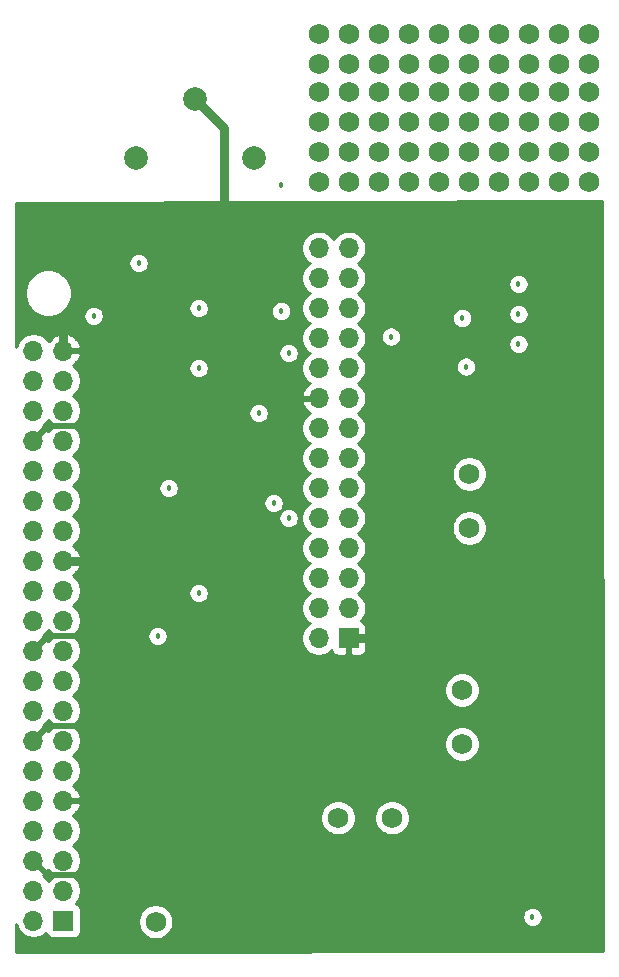
<source format=gbr>
%TF.GenerationSoftware,KiCad,Pcbnew,5.1.12-84ad8e8a86~92~ubuntu18.04.1*%
%TF.CreationDate,2022-01-27T22:07:28+11:00*%
%TF.ProjectId,bbb,6262622e-6b69-4636-9164-5f7063625858,rev?*%
%TF.SameCoordinates,Original*%
%TF.FileFunction,Copper,L2,Inr*%
%TF.FilePolarity,Positive*%
%FSLAX46Y46*%
G04 Gerber Fmt 4.6, Leading zero omitted, Abs format (unit mm)*
G04 Created by KiCad (PCBNEW 5.1.12-84ad8e8a86~92~ubuntu18.04.1) date 2022-01-27 22:07:28*
%MOMM*%
%LPD*%
G01*
G04 APERTURE LIST*
%TA.AperFunction,ComponentPad*%
%ADD10C,1.727200*%
%TD*%
%TA.AperFunction,ComponentPad*%
%ADD11C,2.006600*%
%TD*%
%TA.AperFunction,ComponentPad*%
%ADD12O,1.700000X1.700000*%
%TD*%
%TA.AperFunction,ComponentPad*%
%ADD13R,1.700000X1.700000*%
%TD*%
%TA.AperFunction,ViaPad*%
%ADD14C,1.727200*%
%TD*%
%TA.AperFunction,ViaPad*%
%ADD15C,0.457200*%
%TD*%
%TA.AperFunction,Conductor*%
%ADD16C,0.762000*%
%TD*%
%TA.AperFunction,Conductor*%
%ADD17C,0.508000*%
%TD*%
%TA.AperFunction,Conductor*%
%ADD18C,0.254000*%
%TD*%
%TA.AperFunction,Conductor*%
%ADD19C,0.100000*%
%TD*%
G04 APERTURE END LIST*
D10*
%TO.N,Net-(C29-Pad1)*%
%TO.C,L3*%
X140741400Y-126250700D03*
%TO.N,Net-(C25-Pad2)*%
X145313400Y-126250700D03*
%TD*%
%TO.N,Net-(C20-Pad1)*%
%TO.C,L1*%
X151841200Y-101714300D03*
%TO.N,Net-(C22-Pad1)*%
X151841200Y-97142300D03*
%TD*%
%TO.N,Net-(C25-Pad1)*%
%TO.C,L2*%
X151231600Y-120002300D03*
%TO.N,Net-(C20-Pad2)*%
X151231600Y-115430300D03*
%TD*%
D11*
%TO.N,GND*%
%TO.C,J3*%
X128629400Y-65415800D03*
%TO.N,Iout*%
X133629400Y-70415800D03*
%TO.N,Qout*%
X123629400Y-70415800D03*
%TD*%
D12*
%TO.N,Net-(J2-Pad40)*%
%TO.C,J2*%
X114947700Y-86690200D03*
%TO.N,GND*%
X117487700Y-86690200D03*
%TO.N,Net-(J2-Pad38)*%
X114947700Y-89230200D03*
%TO.N,Net-(J2-Pad37)*%
X117487700Y-89230200D03*
%TO.N,Net-(J2-Pad36)*%
X114947700Y-91770200D03*
%TO.N,Net-(J2-Pad35)*%
X117487700Y-91770200D03*
%TO.N,GND*%
X114947700Y-94310200D03*
%TO.N,Net-(J2-Pad33)*%
X117487700Y-94310200D03*
%TO.N,Net-(J2-Pad32)*%
X114947700Y-96850200D03*
%TO.N,Net-(J2-Pad31)*%
X117487700Y-96850200D03*
%TO.N,Net-(J2-Pad30)*%
X114947700Y-99390200D03*
%TO.N,Net-(J2-Pad29)*%
X117487700Y-99390200D03*
%TO.N,Net-(J2-Pad28)*%
X114947700Y-101930200D03*
%TO.N,Net-(J2-Pad27)*%
X117487700Y-101930200D03*
%TO.N,Net-(J2-Pad26)*%
X114947700Y-104470200D03*
%TO.N,GND*%
X117487700Y-104470200D03*
%TO.N,Net-(J2-Pad24)*%
X114947700Y-107010200D03*
%TO.N,Net-(J2-Pad23)*%
X117487700Y-107010200D03*
%TO.N,Net-(J2-Pad22)*%
X114947700Y-109550200D03*
%TO.N,Net-(J2-Pad21)*%
X117487700Y-109550200D03*
%TO.N,GND*%
X114947700Y-112090200D03*
%TO.N,Net-(J2-Pad19)*%
X117487700Y-112090200D03*
%TO.N,Net-(J2-Pad18)*%
X114947700Y-114630200D03*
%TO.N,Net-(J2-Pad17)*%
X117487700Y-114630200D03*
%TO.N,Net-(J2-Pad16)*%
X114947700Y-117170200D03*
%TO.N,Net-(J2-Pad15)*%
X117487700Y-117170200D03*
%TO.N,GND*%
X114947700Y-119710200D03*
%TO.N,Net-(J2-Pad13)*%
X117487700Y-119710200D03*
%TO.N,Net-(J2-Pad12)*%
X114947700Y-122250200D03*
%TO.N,Net-(J2-Pad11)*%
X117487700Y-122250200D03*
%TO.N,Net-(J2-Pad10)*%
X114947700Y-124790200D03*
%TO.N,GND*%
X117487700Y-124790200D03*
%TO.N,Net-(J2-Pad8)*%
X114947700Y-127330200D03*
%TO.N,P5_SCL*%
X117487700Y-127330200D03*
%TO.N,GND*%
X114947700Y-129870200D03*
%TO.N,P3_SDA*%
X117487700Y-129870200D03*
%TO.N,Net-(C13-Pad1)*%
X114947700Y-132410200D03*
%TO.N,Net-(J2-Pad3)*%
X117487700Y-132410200D03*
%TO.N,Net-(C13-Pad1)*%
X114947700Y-134950200D03*
D13*
%TO.N,Net-(J2-Pad1)*%
X117487700Y-134950200D03*
%TD*%
%TO.N,GND*%
%TO.C,J1*%
X141630400Y-111048800D03*
D12*
%TO.N,+3V3*%
X139090400Y-111048800D03*
%TO.N,BPFIN*%
X141630400Y-108508800D03*
%TO.N,BPFOUT*%
X139090400Y-108508800D03*
%TO.N,RFOUT*%
X141630400Y-105968800D03*
%TO.N,RFIN*%
X139090400Y-105968800D03*
%TO.N,RFOUT*%
X141630400Y-103428800D03*
%TO.N,MIXIN*%
X139090400Y-103428800D03*
%TO.N,P3_SDA*%
X141630400Y-100888800D03*
%TO.N,I2C_SCL*%
X139090400Y-100888800D03*
%TO.N,P5_SCL*%
X141630400Y-98348800D03*
%TO.N,I2C_SDA*%
X139090400Y-98348800D03*
%TO.N,CLK0*%
X141630400Y-95808800D03*
%TO.N,MIXCLK0*%
X139090400Y-95808800D03*
%TO.N,CLK1*%
X141630400Y-93268800D03*
%TO.N,MIXCLK90*%
X139090400Y-93268800D03*
%TO.N,CLK2*%
X141630400Y-90728800D03*
%TO.N,GND*%
X139090400Y-90728800D03*
%TO.N,MIXI+*%
X141630400Y-88188800D03*
%TO.N,I+*%
X139090400Y-88188800D03*
%TO.N,MIXI-*%
X141630400Y-85648800D03*
%TO.N,I-*%
X139090400Y-85648800D03*
%TO.N,MIXQ+*%
X141630400Y-83108800D03*
%TO.N,Q+*%
X139090400Y-83108800D03*
%TO.N,MIXQ-*%
X141630400Y-80568800D03*
%TO.N,Q-*%
X139090400Y-80568800D03*
%TO.N,Net-(J1-Pad27)*%
X141630400Y-78028800D03*
%TO.N,Net-(J1-Pad28)*%
X139090400Y-78028800D03*
%TD*%
D14*
%TO.N,*%
X151790400Y-72440800D03*
X154330400Y-72440800D03*
X141630400Y-72440800D03*
X154330400Y-64820800D03*
X149250400Y-67360800D03*
X151790400Y-69900800D03*
X144170400Y-72440800D03*
X151790400Y-64820800D03*
X159410400Y-64820800D03*
X154330400Y-69900800D03*
X156870400Y-67360800D03*
X154330400Y-67360800D03*
X144170400Y-64820800D03*
X159410400Y-72440800D03*
X146710400Y-64820800D03*
X144170400Y-69900800D03*
X149250400Y-69900800D03*
X156870400Y-69900800D03*
X156870400Y-72440800D03*
X144170400Y-67360800D03*
X159410400Y-67360800D03*
X159410400Y-69900800D03*
X161950400Y-69900800D03*
X151790400Y-67360800D03*
X141630400Y-64820800D03*
X141630400Y-67360800D03*
X161950400Y-64820800D03*
X161950400Y-67360800D03*
X139090400Y-69900800D03*
X139090400Y-64820800D03*
X146710400Y-72440800D03*
X146710400Y-69900800D03*
X146710400Y-67360800D03*
X156870400Y-64820800D03*
X139090400Y-72440800D03*
X139090400Y-67360800D03*
X141630400Y-69900800D03*
X149250400Y-64820800D03*
X149250400Y-59867800D03*
X159410400Y-59867800D03*
X139090400Y-59867800D03*
X144170400Y-62407800D03*
X149250400Y-62407800D03*
X156870400Y-62407800D03*
X141630400Y-62407800D03*
X151790400Y-59867800D03*
X161950400Y-62407800D03*
X141630400Y-59867800D03*
X146710400Y-59867800D03*
X161950400Y-59867800D03*
X156870400Y-59867800D03*
X139090400Y-62407800D03*
X159410400Y-62407800D03*
X154330400Y-62407800D03*
X151790400Y-62407800D03*
X146710400Y-62407800D03*
X144170400Y-59867800D03*
X154330400Y-59867800D03*
X149250400Y-72440800D03*
%TO.N,+3V3*%
X125285500Y-135051800D03*
D15*
X128930400Y-107238800D03*
X125450600Y-110845600D03*
X136550400Y-100888800D03*
X126390400Y-98348800D03*
X120040400Y-83743800D03*
X156006800Y-86144100D03*
X156006800Y-83604100D03*
X156006800Y-81064100D03*
X151561800Y-88049100D03*
X145211800Y-85509100D03*
%TO.N,GND*%
X160845500Y-82562700D03*
D14*
X131114800Y-135128000D03*
D15*
X126390400Y-107238800D03*
X131709709Y-104459491D03*
X130200400Y-102158800D03*
X128930400Y-99618800D03*
X131470400Y-98348800D03*
X131470400Y-88188800D03*
X125120400Y-97078800D03*
X122580400Y-98348800D03*
X120370600Y-110845600D03*
X119405400Y-85648800D03*
X120675400Y-88188800D03*
X120675400Y-90728800D03*
X120675400Y-93268800D03*
X120675400Y-95808800D03*
X127660400Y-79933800D03*
X153466800Y-79794100D03*
X151561800Y-81699100D03*
X148386800Y-79159100D03*
X148272490Y-86258410D03*
X127241300Y-114185700D03*
X146964400Y-106083100D03*
X136690100Y-118605300D03*
D14*
X115481100Y-75349100D03*
X154520900Y-135826500D03*
X159664400Y-135648700D03*
D15*
%TO.N,Q+*%
X123850400Y-79298800D03*
%TO.N,Iout*%
X135915400Y-83362800D03*
X135915400Y-72694800D03*
%TO.N,MIXIN*%
X128930400Y-88188800D03*
X135280400Y-99618800D03*
%TO.N,I2C_SDA*%
X151231600Y-83947000D03*
%TO.N,MIXI+*%
X134010400Y-91998800D03*
%TO.N,MIXQ+*%
X136550400Y-86918800D03*
%TO.N,Q-*%
X128930400Y-83108800D03*
D14*
%TO.N,LED_IN*%
X161950400Y-72440800D03*
D15*
%TO.N,BPFIN*%
X157187900Y-134645400D03*
%TD*%
D16*
%TO.N,GND*%
X128629400Y-65415800D02*
X131064000Y-67850400D01*
X131064000Y-67850400D02*
X131064000Y-74218800D01*
X117487700Y-86690200D02*
X117487700Y-85204300D01*
X117487700Y-104470200D02*
X119087900Y-104470200D01*
X141630400Y-111048800D02*
X143268700Y-111048800D01*
D17*
X116204101Y-118453799D02*
X118515501Y-118453799D01*
X114947700Y-119710200D02*
X116204101Y-118453799D01*
X116204101Y-110833799D02*
X118452001Y-110833799D01*
X114947700Y-112090200D02*
X116204101Y-110833799D01*
X114947700Y-129870200D02*
X116204101Y-131126601D01*
X116204101Y-131126601D02*
X118947301Y-131126601D01*
X116204101Y-93053799D02*
X118783999Y-93053799D01*
X114947700Y-94310200D02*
X116204101Y-93053799D01*
%TD*%
D18*
%TO.N,GND*%
X163194848Y-137541240D02*
X113488470Y-137635417D01*
X113488470Y-135226014D01*
X113519768Y-135383358D01*
X113631710Y-135653611D01*
X113794225Y-135896832D01*
X114001068Y-136103675D01*
X114244289Y-136266190D01*
X114514542Y-136378132D01*
X114801440Y-136435200D01*
X115093960Y-136435200D01*
X115380858Y-136378132D01*
X115651111Y-136266190D01*
X115894332Y-136103675D01*
X116026187Y-135971820D01*
X116048198Y-136044380D01*
X116107163Y-136154694D01*
X116186515Y-136251385D01*
X116283206Y-136330737D01*
X116393520Y-136389702D01*
X116513218Y-136426012D01*
X116637700Y-136438272D01*
X118337700Y-136438272D01*
X118462182Y-136426012D01*
X118581880Y-136389702D01*
X118692194Y-136330737D01*
X118788885Y-136251385D01*
X118868237Y-136154694D01*
X118927202Y-136044380D01*
X118963512Y-135924682D01*
X118975772Y-135800200D01*
X118975772Y-134904201D01*
X123786900Y-134904201D01*
X123786900Y-135199399D01*
X123844490Y-135488925D01*
X123957458Y-135761653D01*
X124121461Y-136007102D01*
X124330198Y-136215839D01*
X124575647Y-136379842D01*
X124848375Y-136492810D01*
X125137901Y-136550400D01*
X125433099Y-136550400D01*
X125722625Y-136492810D01*
X125995353Y-136379842D01*
X126240802Y-136215839D01*
X126449539Y-136007102D01*
X126613542Y-135761653D01*
X126726510Y-135488925D01*
X126784100Y-135199399D01*
X126784100Y-134904201D01*
X126726510Y-134614675D01*
X126704005Y-134560343D01*
X156324300Y-134560343D01*
X156324300Y-134730457D01*
X156357487Y-134897303D01*
X156422587Y-135054468D01*
X156517098Y-135195913D01*
X156637387Y-135316202D01*
X156778832Y-135410713D01*
X156935997Y-135475813D01*
X157102843Y-135509000D01*
X157272957Y-135509000D01*
X157439803Y-135475813D01*
X157596968Y-135410713D01*
X157738413Y-135316202D01*
X157858702Y-135195913D01*
X157953213Y-135054468D01*
X158018313Y-134897303D01*
X158051500Y-134730457D01*
X158051500Y-134560343D01*
X158018313Y-134393497D01*
X157953213Y-134236332D01*
X157858702Y-134094887D01*
X157738413Y-133974598D01*
X157596968Y-133880087D01*
X157439803Y-133814987D01*
X157272957Y-133781800D01*
X157102843Y-133781800D01*
X156935997Y-133814987D01*
X156778832Y-133880087D01*
X156637387Y-133974598D01*
X156517098Y-134094887D01*
X156422587Y-134236332D01*
X156357487Y-134393497D01*
X156324300Y-134560343D01*
X126704005Y-134560343D01*
X126613542Y-134341947D01*
X126449539Y-134096498D01*
X126240802Y-133887761D01*
X125995353Y-133723758D01*
X125722625Y-133610790D01*
X125433099Y-133553200D01*
X125137901Y-133553200D01*
X124848375Y-133610790D01*
X124575647Y-133723758D01*
X124330198Y-133887761D01*
X124121461Y-134096498D01*
X123957458Y-134341947D01*
X123844490Y-134614675D01*
X123786900Y-134904201D01*
X118975772Y-134904201D01*
X118975772Y-134100200D01*
X118963512Y-133975718D01*
X118927202Y-133856020D01*
X118868237Y-133745706D01*
X118788885Y-133649015D01*
X118692194Y-133569663D01*
X118581880Y-133510698D01*
X118509320Y-133488687D01*
X118641175Y-133356832D01*
X118803690Y-133113611D01*
X118915632Y-132843358D01*
X118972700Y-132556460D01*
X118972700Y-132263940D01*
X118915632Y-131977042D01*
X118803690Y-131706789D01*
X118641175Y-131463568D01*
X118434332Y-131256725D01*
X118259940Y-131140200D01*
X118434332Y-131023675D01*
X118641175Y-130816832D01*
X118803690Y-130573611D01*
X118915632Y-130303358D01*
X118972700Y-130016460D01*
X118972700Y-129723940D01*
X118915632Y-129437042D01*
X118803690Y-129166789D01*
X118641175Y-128923568D01*
X118434332Y-128716725D01*
X118259940Y-128600200D01*
X118434332Y-128483675D01*
X118641175Y-128276832D01*
X118803690Y-128033611D01*
X118915632Y-127763358D01*
X118972700Y-127476460D01*
X118972700Y-127183940D01*
X118915632Y-126897042D01*
X118803690Y-126626789D01*
X118641175Y-126383568D01*
X118434332Y-126176725D01*
X118324147Y-126103101D01*
X139242800Y-126103101D01*
X139242800Y-126398299D01*
X139300390Y-126687825D01*
X139413358Y-126960553D01*
X139577361Y-127206002D01*
X139786098Y-127414739D01*
X140031547Y-127578742D01*
X140304275Y-127691710D01*
X140593801Y-127749300D01*
X140888999Y-127749300D01*
X141178525Y-127691710D01*
X141451253Y-127578742D01*
X141696702Y-127414739D01*
X141905439Y-127206002D01*
X142069442Y-126960553D01*
X142182410Y-126687825D01*
X142240000Y-126398299D01*
X142240000Y-126103101D01*
X143814800Y-126103101D01*
X143814800Y-126398299D01*
X143872390Y-126687825D01*
X143985358Y-126960553D01*
X144149361Y-127206002D01*
X144358098Y-127414739D01*
X144603547Y-127578742D01*
X144876275Y-127691710D01*
X145165801Y-127749300D01*
X145460999Y-127749300D01*
X145750525Y-127691710D01*
X146023253Y-127578742D01*
X146268702Y-127414739D01*
X146477439Y-127206002D01*
X146641442Y-126960553D01*
X146754410Y-126687825D01*
X146812000Y-126398299D01*
X146812000Y-126103101D01*
X146754410Y-125813575D01*
X146641442Y-125540847D01*
X146477439Y-125295398D01*
X146268702Y-125086661D01*
X146023253Y-124922658D01*
X145750525Y-124809690D01*
X145460999Y-124752100D01*
X145165801Y-124752100D01*
X144876275Y-124809690D01*
X144603547Y-124922658D01*
X144358098Y-125086661D01*
X144149361Y-125295398D01*
X143985358Y-125540847D01*
X143872390Y-125813575D01*
X143814800Y-126103101D01*
X142240000Y-126103101D01*
X142182410Y-125813575D01*
X142069442Y-125540847D01*
X141905439Y-125295398D01*
X141696702Y-125086661D01*
X141451253Y-124922658D01*
X141178525Y-124809690D01*
X140888999Y-124752100D01*
X140593801Y-124752100D01*
X140304275Y-124809690D01*
X140031547Y-124922658D01*
X139786098Y-125086661D01*
X139577361Y-125295398D01*
X139413358Y-125540847D01*
X139300390Y-125813575D01*
X139242800Y-126103101D01*
X118324147Y-126103101D01*
X118252166Y-126055005D01*
X118369055Y-125985378D01*
X118585288Y-125790469D01*
X118759341Y-125557120D01*
X118884525Y-125294299D01*
X118929176Y-125147090D01*
X118807855Y-124917200D01*
X117614700Y-124917200D01*
X117614700Y-124937200D01*
X117360700Y-124937200D01*
X117360700Y-124917200D01*
X117340700Y-124917200D01*
X117340700Y-124663200D01*
X117360700Y-124663200D01*
X117360700Y-124643200D01*
X117614700Y-124643200D01*
X117614700Y-124663200D01*
X118807855Y-124663200D01*
X118929176Y-124433310D01*
X118884525Y-124286101D01*
X118759341Y-124023280D01*
X118585288Y-123789931D01*
X118369055Y-123595022D01*
X118252166Y-123525395D01*
X118434332Y-123403675D01*
X118641175Y-123196832D01*
X118803690Y-122953611D01*
X118915632Y-122683358D01*
X118972700Y-122396460D01*
X118972700Y-122103940D01*
X118915632Y-121817042D01*
X118803690Y-121546789D01*
X118641175Y-121303568D01*
X118434332Y-121096725D01*
X118259940Y-120980200D01*
X118434332Y-120863675D01*
X118641175Y-120656832D01*
X118803690Y-120413611D01*
X118915632Y-120143358D01*
X118972700Y-119856460D01*
X118972700Y-119854701D01*
X149733000Y-119854701D01*
X149733000Y-120149899D01*
X149790590Y-120439425D01*
X149903558Y-120712153D01*
X150067561Y-120957602D01*
X150276298Y-121166339D01*
X150521747Y-121330342D01*
X150794475Y-121443310D01*
X151084001Y-121500900D01*
X151379199Y-121500900D01*
X151668725Y-121443310D01*
X151941453Y-121330342D01*
X152186902Y-121166339D01*
X152395639Y-120957602D01*
X152559642Y-120712153D01*
X152672610Y-120439425D01*
X152730200Y-120149899D01*
X152730200Y-119854701D01*
X152672610Y-119565175D01*
X152559642Y-119292447D01*
X152395639Y-119046998D01*
X152186902Y-118838261D01*
X151941453Y-118674258D01*
X151668725Y-118561290D01*
X151379199Y-118503700D01*
X151084001Y-118503700D01*
X150794475Y-118561290D01*
X150521747Y-118674258D01*
X150276298Y-118838261D01*
X150067561Y-119046998D01*
X149903558Y-119292447D01*
X149790590Y-119565175D01*
X149733000Y-119854701D01*
X118972700Y-119854701D01*
X118972700Y-119563940D01*
X118915632Y-119277042D01*
X118803690Y-119006789D01*
X118641175Y-118763568D01*
X118434332Y-118556725D01*
X118259940Y-118440200D01*
X118434332Y-118323675D01*
X118641175Y-118116832D01*
X118803690Y-117873611D01*
X118915632Y-117603358D01*
X118972700Y-117316460D01*
X118972700Y-117023940D01*
X118915632Y-116737042D01*
X118803690Y-116466789D01*
X118641175Y-116223568D01*
X118434332Y-116016725D01*
X118259940Y-115900200D01*
X118434332Y-115783675D01*
X118641175Y-115576832D01*
X118803690Y-115333611D01*
X118824777Y-115282701D01*
X149733000Y-115282701D01*
X149733000Y-115577899D01*
X149790590Y-115867425D01*
X149903558Y-116140153D01*
X150067561Y-116385602D01*
X150276298Y-116594339D01*
X150521747Y-116758342D01*
X150794475Y-116871310D01*
X151084001Y-116928900D01*
X151379199Y-116928900D01*
X151668725Y-116871310D01*
X151941453Y-116758342D01*
X152186902Y-116594339D01*
X152395639Y-116385602D01*
X152559642Y-116140153D01*
X152672610Y-115867425D01*
X152730200Y-115577899D01*
X152730200Y-115282701D01*
X152672610Y-114993175D01*
X152559642Y-114720447D01*
X152395639Y-114474998D01*
X152186902Y-114266261D01*
X151941453Y-114102258D01*
X151668725Y-113989290D01*
X151379199Y-113931700D01*
X151084001Y-113931700D01*
X150794475Y-113989290D01*
X150521747Y-114102258D01*
X150276298Y-114266261D01*
X150067561Y-114474998D01*
X149903558Y-114720447D01*
X149790590Y-114993175D01*
X149733000Y-115282701D01*
X118824777Y-115282701D01*
X118915632Y-115063358D01*
X118972700Y-114776460D01*
X118972700Y-114483940D01*
X118915632Y-114197042D01*
X118803690Y-113926789D01*
X118641175Y-113683568D01*
X118434332Y-113476725D01*
X118259940Y-113360200D01*
X118434332Y-113243675D01*
X118641175Y-113036832D01*
X118803690Y-112793611D01*
X118915632Y-112523358D01*
X118972700Y-112236460D01*
X118972700Y-111943940D01*
X118915632Y-111657042D01*
X118803690Y-111386789D01*
X118641175Y-111143568D01*
X118434332Y-110936725D01*
X118259940Y-110820200D01*
X118349223Y-110760543D01*
X124587000Y-110760543D01*
X124587000Y-110930657D01*
X124620187Y-111097503D01*
X124685287Y-111254668D01*
X124779798Y-111396113D01*
X124900087Y-111516402D01*
X125041532Y-111610913D01*
X125198697Y-111676013D01*
X125365543Y-111709200D01*
X125535657Y-111709200D01*
X125702503Y-111676013D01*
X125859668Y-111610913D01*
X126001113Y-111516402D01*
X126121402Y-111396113D01*
X126215913Y-111254668D01*
X126281013Y-111097503D01*
X126314200Y-110930657D01*
X126314200Y-110760543D01*
X126281013Y-110593697D01*
X126215913Y-110436532D01*
X126121402Y-110295087D01*
X126001113Y-110174798D01*
X125859668Y-110080287D01*
X125702503Y-110015187D01*
X125535657Y-109982000D01*
X125365543Y-109982000D01*
X125198697Y-110015187D01*
X125041532Y-110080287D01*
X124900087Y-110174798D01*
X124779798Y-110295087D01*
X124685287Y-110436532D01*
X124620187Y-110593697D01*
X124587000Y-110760543D01*
X118349223Y-110760543D01*
X118434332Y-110703675D01*
X118641175Y-110496832D01*
X118803690Y-110253611D01*
X118915632Y-109983358D01*
X118972700Y-109696460D01*
X118972700Y-109403940D01*
X118915632Y-109117042D01*
X118803690Y-108846789D01*
X118641175Y-108603568D01*
X118434332Y-108396725D01*
X118259940Y-108280200D01*
X118434332Y-108163675D01*
X118641175Y-107956832D01*
X118803690Y-107713611D01*
X118915632Y-107443358D01*
X118972700Y-107156460D01*
X118972700Y-107153743D01*
X128066800Y-107153743D01*
X128066800Y-107323857D01*
X128099987Y-107490703D01*
X128165087Y-107647868D01*
X128259598Y-107789313D01*
X128379887Y-107909602D01*
X128521332Y-108004113D01*
X128678497Y-108069213D01*
X128845343Y-108102400D01*
X129015457Y-108102400D01*
X129182303Y-108069213D01*
X129339468Y-108004113D01*
X129480913Y-107909602D01*
X129601202Y-107789313D01*
X129695713Y-107647868D01*
X129760813Y-107490703D01*
X129794000Y-107323857D01*
X129794000Y-107153743D01*
X129760813Y-106986897D01*
X129695713Y-106829732D01*
X129601202Y-106688287D01*
X129480913Y-106567998D01*
X129339468Y-106473487D01*
X129182303Y-106408387D01*
X129015457Y-106375200D01*
X128845343Y-106375200D01*
X128678497Y-106408387D01*
X128521332Y-106473487D01*
X128379887Y-106567998D01*
X128259598Y-106688287D01*
X128165087Y-106829732D01*
X128099987Y-106986897D01*
X128066800Y-107153743D01*
X118972700Y-107153743D01*
X118972700Y-106863940D01*
X118915632Y-106577042D01*
X118803690Y-106306789D01*
X118641175Y-106063568D01*
X118434332Y-105856725D01*
X118252166Y-105735005D01*
X118369055Y-105665378D01*
X118585288Y-105470469D01*
X118759341Y-105237120D01*
X118884525Y-104974299D01*
X118929176Y-104827090D01*
X118807855Y-104597200D01*
X117614700Y-104597200D01*
X117614700Y-104617200D01*
X117360700Y-104617200D01*
X117360700Y-104597200D01*
X117340700Y-104597200D01*
X117340700Y-104343200D01*
X117360700Y-104343200D01*
X117360700Y-104323200D01*
X117614700Y-104323200D01*
X117614700Y-104343200D01*
X118807855Y-104343200D01*
X118929176Y-104113310D01*
X118884525Y-103966101D01*
X118759341Y-103703280D01*
X118585288Y-103469931D01*
X118369055Y-103275022D01*
X118252166Y-103205395D01*
X118434332Y-103083675D01*
X118641175Y-102876832D01*
X118803690Y-102633611D01*
X118915632Y-102363358D01*
X118972700Y-102076460D01*
X118972700Y-101783940D01*
X118915632Y-101497042D01*
X118803690Y-101226789D01*
X118641175Y-100983568D01*
X118461350Y-100803743D01*
X135686800Y-100803743D01*
X135686800Y-100973857D01*
X135719987Y-101140703D01*
X135785087Y-101297868D01*
X135879598Y-101439313D01*
X135999887Y-101559602D01*
X136141332Y-101654113D01*
X136298497Y-101719213D01*
X136465343Y-101752400D01*
X136635457Y-101752400D01*
X136802303Y-101719213D01*
X136959468Y-101654113D01*
X137100913Y-101559602D01*
X137221202Y-101439313D01*
X137315713Y-101297868D01*
X137380813Y-101140703D01*
X137414000Y-100973857D01*
X137414000Y-100803743D01*
X137380813Y-100636897D01*
X137315713Y-100479732D01*
X137221202Y-100338287D01*
X137100913Y-100217998D01*
X136959468Y-100123487D01*
X136802303Y-100058387D01*
X136635457Y-100025200D01*
X136465343Y-100025200D01*
X136298497Y-100058387D01*
X136141332Y-100123487D01*
X135999887Y-100217998D01*
X135879598Y-100338287D01*
X135785087Y-100479732D01*
X135719987Y-100636897D01*
X135686800Y-100803743D01*
X118461350Y-100803743D01*
X118434332Y-100776725D01*
X118259940Y-100660200D01*
X118434332Y-100543675D01*
X118641175Y-100336832D01*
X118803690Y-100093611D01*
X118915632Y-99823358D01*
X118972700Y-99536460D01*
X118972700Y-99533743D01*
X134416800Y-99533743D01*
X134416800Y-99703857D01*
X134449987Y-99870703D01*
X134515087Y-100027868D01*
X134609598Y-100169313D01*
X134729887Y-100289602D01*
X134871332Y-100384113D01*
X135028497Y-100449213D01*
X135195343Y-100482400D01*
X135365457Y-100482400D01*
X135532303Y-100449213D01*
X135689468Y-100384113D01*
X135830913Y-100289602D01*
X135951202Y-100169313D01*
X136045713Y-100027868D01*
X136110813Y-99870703D01*
X136144000Y-99703857D01*
X136144000Y-99533743D01*
X136110813Y-99366897D01*
X136045713Y-99209732D01*
X135951202Y-99068287D01*
X135830913Y-98947998D01*
X135689468Y-98853487D01*
X135532303Y-98788387D01*
X135365457Y-98755200D01*
X135195343Y-98755200D01*
X135028497Y-98788387D01*
X134871332Y-98853487D01*
X134729887Y-98947998D01*
X134609598Y-99068287D01*
X134515087Y-99209732D01*
X134449987Y-99366897D01*
X134416800Y-99533743D01*
X118972700Y-99533743D01*
X118972700Y-99243940D01*
X118915632Y-98957042D01*
X118803690Y-98686789D01*
X118641175Y-98443568D01*
X118461350Y-98263743D01*
X125526800Y-98263743D01*
X125526800Y-98433857D01*
X125559987Y-98600703D01*
X125625087Y-98757868D01*
X125719598Y-98899313D01*
X125839887Y-99019602D01*
X125981332Y-99114113D01*
X126138497Y-99179213D01*
X126305343Y-99212400D01*
X126475457Y-99212400D01*
X126642303Y-99179213D01*
X126799468Y-99114113D01*
X126940913Y-99019602D01*
X127061202Y-98899313D01*
X127155713Y-98757868D01*
X127220813Y-98600703D01*
X127254000Y-98433857D01*
X127254000Y-98263743D01*
X127220813Y-98096897D01*
X127155713Y-97939732D01*
X127061202Y-97798287D01*
X126940913Y-97677998D01*
X126799468Y-97583487D01*
X126642303Y-97518387D01*
X126475457Y-97485200D01*
X126305343Y-97485200D01*
X126138497Y-97518387D01*
X125981332Y-97583487D01*
X125839887Y-97677998D01*
X125719598Y-97798287D01*
X125625087Y-97939732D01*
X125559987Y-98096897D01*
X125526800Y-98263743D01*
X118461350Y-98263743D01*
X118434332Y-98236725D01*
X118259940Y-98120200D01*
X118434332Y-98003675D01*
X118641175Y-97796832D01*
X118803690Y-97553611D01*
X118915632Y-97283358D01*
X118972700Y-96996460D01*
X118972700Y-96703940D01*
X118915632Y-96417042D01*
X118803690Y-96146789D01*
X118641175Y-95903568D01*
X118434332Y-95696725D01*
X118259940Y-95580200D01*
X118434332Y-95463675D01*
X118641175Y-95256832D01*
X118803690Y-95013611D01*
X118915632Y-94743358D01*
X118972700Y-94456460D01*
X118972700Y-94163940D01*
X118915632Y-93877042D01*
X118803690Y-93606789D01*
X118641175Y-93363568D01*
X118434332Y-93156725D01*
X118259940Y-93040200D01*
X118434332Y-92923675D01*
X118641175Y-92716832D01*
X118803690Y-92473611D01*
X118915632Y-92203358D01*
X118972700Y-91916460D01*
X118972700Y-91913743D01*
X133146800Y-91913743D01*
X133146800Y-92083857D01*
X133179987Y-92250703D01*
X133245087Y-92407868D01*
X133339598Y-92549313D01*
X133459887Y-92669602D01*
X133601332Y-92764113D01*
X133758497Y-92829213D01*
X133925343Y-92862400D01*
X134095457Y-92862400D01*
X134262303Y-92829213D01*
X134419468Y-92764113D01*
X134560913Y-92669602D01*
X134681202Y-92549313D01*
X134775713Y-92407868D01*
X134840813Y-92250703D01*
X134874000Y-92083857D01*
X134874000Y-91913743D01*
X134840813Y-91746897D01*
X134775713Y-91589732D01*
X134681202Y-91448287D01*
X134560913Y-91327998D01*
X134419468Y-91233487D01*
X134262303Y-91168387D01*
X134095457Y-91135200D01*
X133925343Y-91135200D01*
X133758497Y-91168387D01*
X133601332Y-91233487D01*
X133459887Y-91327998D01*
X133339598Y-91448287D01*
X133245087Y-91589732D01*
X133179987Y-91746897D01*
X133146800Y-91913743D01*
X118972700Y-91913743D01*
X118972700Y-91623940D01*
X118915632Y-91337042D01*
X118803690Y-91066789D01*
X118641175Y-90823568D01*
X118434332Y-90616725D01*
X118259940Y-90500200D01*
X118434332Y-90383675D01*
X118641175Y-90176832D01*
X118803690Y-89933611D01*
X118915632Y-89663358D01*
X118972700Y-89376460D01*
X118972700Y-89083940D01*
X118915632Y-88797042D01*
X118803690Y-88526789D01*
X118641175Y-88283568D01*
X118461350Y-88103743D01*
X128066800Y-88103743D01*
X128066800Y-88273857D01*
X128099987Y-88440703D01*
X128165087Y-88597868D01*
X128259598Y-88739313D01*
X128379887Y-88859602D01*
X128521332Y-88954113D01*
X128678497Y-89019213D01*
X128845343Y-89052400D01*
X129015457Y-89052400D01*
X129182303Y-89019213D01*
X129339468Y-88954113D01*
X129480913Y-88859602D01*
X129601202Y-88739313D01*
X129695713Y-88597868D01*
X129760813Y-88440703D01*
X129794000Y-88273857D01*
X129794000Y-88103743D01*
X129760813Y-87936897D01*
X129695713Y-87779732D01*
X129601202Y-87638287D01*
X129480913Y-87517998D01*
X129339468Y-87423487D01*
X129182303Y-87358387D01*
X129015457Y-87325200D01*
X128845343Y-87325200D01*
X128678497Y-87358387D01*
X128521332Y-87423487D01*
X128379887Y-87517998D01*
X128259598Y-87638287D01*
X128165087Y-87779732D01*
X128099987Y-87936897D01*
X128066800Y-88103743D01*
X118461350Y-88103743D01*
X118434332Y-88076725D01*
X118252166Y-87955005D01*
X118369055Y-87885378D01*
X118585288Y-87690469D01*
X118759341Y-87457120D01*
X118884525Y-87194299D01*
X118929176Y-87047090D01*
X118816586Y-86833743D01*
X135686800Y-86833743D01*
X135686800Y-87003857D01*
X135719987Y-87170703D01*
X135785087Y-87327868D01*
X135879598Y-87469313D01*
X135999887Y-87589602D01*
X136141332Y-87684113D01*
X136298497Y-87749213D01*
X136465343Y-87782400D01*
X136635457Y-87782400D01*
X136802303Y-87749213D01*
X136959468Y-87684113D01*
X137100913Y-87589602D01*
X137221202Y-87469313D01*
X137315713Y-87327868D01*
X137380813Y-87170703D01*
X137414000Y-87003857D01*
X137414000Y-86833743D01*
X137380813Y-86666897D01*
X137315713Y-86509732D01*
X137221202Y-86368287D01*
X137100913Y-86247998D01*
X136959468Y-86153487D01*
X136802303Y-86088387D01*
X136635457Y-86055200D01*
X136465343Y-86055200D01*
X136298497Y-86088387D01*
X136141332Y-86153487D01*
X135999887Y-86247998D01*
X135879598Y-86368287D01*
X135785087Y-86509732D01*
X135719987Y-86666897D01*
X135686800Y-86833743D01*
X118816586Y-86833743D01*
X118807855Y-86817200D01*
X117614700Y-86817200D01*
X117614700Y-86837200D01*
X117360700Y-86837200D01*
X117360700Y-86817200D01*
X117340700Y-86817200D01*
X117340700Y-86563200D01*
X117360700Y-86563200D01*
X117360700Y-85369386D01*
X117614700Y-85369386D01*
X117614700Y-86563200D01*
X118807855Y-86563200D01*
X118929176Y-86333310D01*
X118884525Y-86186101D01*
X118759341Y-85923280D01*
X118585288Y-85689931D01*
X118369055Y-85495022D01*
X118118952Y-85346043D01*
X117844591Y-85248719D01*
X117614700Y-85369386D01*
X117360700Y-85369386D01*
X117130809Y-85248719D01*
X116856448Y-85346043D01*
X116606345Y-85495022D01*
X116390112Y-85689931D01*
X116218800Y-85919606D01*
X116101175Y-85743568D01*
X115894332Y-85536725D01*
X115651111Y-85374210D01*
X115380858Y-85262268D01*
X115093960Y-85205200D01*
X114801440Y-85205200D01*
X114514542Y-85262268D01*
X114244289Y-85374210D01*
X114001068Y-85536725D01*
X113794225Y-85743568D01*
X113631710Y-85986789D01*
X113519768Y-86257042D01*
X113488470Y-86414386D01*
X113488470Y-81634932D01*
X114195000Y-81634932D01*
X114195000Y-82030868D01*
X114272243Y-82419196D01*
X114423761Y-82784992D01*
X114643731Y-83114201D01*
X114923699Y-83394169D01*
X115252908Y-83614139D01*
X115618704Y-83765657D01*
X116007032Y-83842900D01*
X116402968Y-83842900D01*
X116791296Y-83765657D01*
X117049408Y-83658743D01*
X119176800Y-83658743D01*
X119176800Y-83828857D01*
X119209987Y-83995703D01*
X119275087Y-84152868D01*
X119369598Y-84294313D01*
X119489887Y-84414602D01*
X119631332Y-84509113D01*
X119788497Y-84574213D01*
X119955343Y-84607400D01*
X120125457Y-84607400D01*
X120292303Y-84574213D01*
X120449468Y-84509113D01*
X120590913Y-84414602D01*
X120711202Y-84294313D01*
X120805713Y-84152868D01*
X120870813Y-83995703D01*
X120904000Y-83828857D01*
X120904000Y-83658743D01*
X120870813Y-83491897D01*
X120805713Y-83334732D01*
X120711202Y-83193287D01*
X120590913Y-83072998D01*
X120517199Y-83023743D01*
X128066800Y-83023743D01*
X128066800Y-83193857D01*
X128099987Y-83360703D01*
X128165087Y-83517868D01*
X128259598Y-83659313D01*
X128379887Y-83779602D01*
X128521332Y-83874113D01*
X128678497Y-83939213D01*
X128845343Y-83972400D01*
X129015457Y-83972400D01*
X129182303Y-83939213D01*
X129339468Y-83874113D01*
X129480913Y-83779602D01*
X129601202Y-83659313D01*
X129695713Y-83517868D01*
X129760813Y-83360703D01*
X129777314Y-83277743D01*
X135051800Y-83277743D01*
X135051800Y-83447857D01*
X135084987Y-83614703D01*
X135150087Y-83771868D01*
X135244598Y-83913313D01*
X135364887Y-84033602D01*
X135506332Y-84128113D01*
X135663497Y-84193213D01*
X135830343Y-84226400D01*
X136000457Y-84226400D01*
X136167303Y-84193213D01*
X136324468Y-84128113D01*
X136465913Y-84033602D01*
X136586202Y-83913313D01*
X136680713Y-83771868D01*
X136745813Y-83614703D01*
X136779000Y-83447857D01*
X136779000Y-83277743D01*
X136745813Y-83110897D01*
X136680713Y-82953732D01*
X136586202Y-82812287D01*
X136465913Y-82691998D01*
X136324468Y-82597487D01*
X136167303Y-82532387D01*
X136000457Y-82499200D01*
X135830343Y-82499200D01*
X135663497Y-82532387D01*
X135506332Y-82597487D01*
X135364887Y-82691998D01*
X135244598Y-82812287D01*
X135150087Y-82953732D01*
X135084987Y-83110897D01*
X135051800Y-83277743D01*
X129777314Y-83277743D01*
X129794000Y-83193857D01*
X129794000Y-83023743D01*
X129760813Y-82856897D01*
X129695713Y-82699732D01*
X129601202Y-82558287D01*
X129480913Y-82437998D01*
X129339468Y-82343487D01*
X129182303Y-82278387D01*
X129015457Y-82245200D01*
X128845343Y-82245200D01*
X128678497Y-82278387D01*
X128521332Y-82343487D01*
X128379887Y-82437998D01*
X128259598Y-82558287D01*
X128165087Y-82699732D01*
X128099987Y-82856897D01*
X128066800Y-83023743D01*
X120517199Y-83023743D01*
X120449468Y-82978487D01*
X120292303Y-82913387D01*
X120125457Y-82880200D01*
X119955343Y-82880200D01*
X119788497Y-82913387D01*
X119631332Y-82978487D01*
X119489887Y-83072998D01*
X119369598Y-83193287D01*
X119275087Y-83334732D01*
X119209987Y-83491897D01*
X119176800Y-83658743D01*
X117049408Y-83658743D01*
X117157092Y-83614139D01*
X117486301Y-83394169D01*
X117766269Y-83114201D01*
X117986239Y-82784992D01*
X118137757Y-82419196D01*
X118215000Y-82030868D01*
X118215000Y-81634932D01*
X118137757Y-81246604D01*
X117986239Y-80880808D01*
X117766269Y-80551599D01*
X117486301Y-80271631D01*
X117157092Y-80051661D01*
X116791296Y-79900143D01*
X116402968Y-79822900D01*
X116007032Y-79822900D01*
X115618704Y-79900143D01*
X115252908Y-80051661D01*
X114923699Y-80271631D01*
X114643731Y-80551599D01*
X114423761Y-80880808D01*
X114272243Y-81246604D01*
X114195000Y-81634932D01*
X113488470Y-81634932D01*
X113488470Y-79213743D01*
X122986800Y-79213743D01*
X122986800Y-79383857D01*
X123019987Y-79550703D01*
X123085087Y-79707868D01*
X123179598Y-79849313D01*
X123299887Y-79969602D01*
X123441332Y-80064113D01*
X123598497Y-80129213D01*
X123765343Y-80162400D01*
X123935457Y-80162400D01*
X124102303Y-80129213D01*
X124259468Y-80064113D01*
X124400913Y-79969602D01*
X124521202Y-79849313D01*
X124615713Y-79707868D01*
X124680813Y-79550703D01*
X124714000Y-79383857D01*
X124714000Y-79213743D01*
X124680813Y-79046897D01*
X124615713Y-78889732D01*
X124521202Y-78748287D01*
X124400913Y-78627998D01*
X124259468Y-78533487D01*
X124102303Y-78468387D01*
X123935457Y-78435200D01*
X123765343Y-78435200D01*
X123598497Y-78468387D01*
X123441332Y-78533487D01*
X123299887Y-78627998D01*
X123179598Y-78748287D01*
X123085087Y-78889732D01*
X123019987Y-79046897D01*
X122986800Y-79213743D01*
X113488470Y-79213743D01*
X113488470Y-77882540D01*
X137605400Y-77882540D01*
X137605400Y-78175060D01*
X137662468Y-78461958D01*
X137774410Y-78732211D01*
X137936925Y-78975432D01*
X138143768Y-79182275D01*
X138318160Y-79298800D01*
X138143768Y-79415325D01*
X137936925Y-79622168D01*
X137774410Y-79865389D01*
X137662468Y-80135642D01*
X137605400Y-80422540D01*
X137605400Y-80715060D01*
X137662468Y-81001958D01*
X137774410Y-81272211D01*
X137936925Y-81515432D01*
X138143768Y-81722275D01*
X138318160Y-81838800D01*
X138143768Y-81955325D01*
X137936925Y-82162168D01*
X137774410Y-82405389D01*
X137662468Y-82675642D01*
X137605400Y-82962540D01*
X137605400Y-83255060D01*
X137662468Y-83541958D01*
X137774410Y-83812211D01*
X137936925Y-84055432D01*
X138143768Y-84262275D01*
X138318160Y-84378800D01*
X138143768Y-84495325D01*
X137936925Y-84702168D01*
X137774410Y-84945389D01*
X137662468Y-85215642D01*
X137605400Y-85502540D01*
X137605400Y-85795060D01*
X137662468Y-86081958D01*
X137774410Y-86352211D01*
X137936925Y-86595432D01*
X138143768Y-86802275D01*
X138318160Y-86918800D01*
X138143768Y-87035325D01*
X137936925Y-87242168D01*
X137774410Y-87485389D01*
X137662468Y-87755642D01*
X137605400Y-88042540D01*
X137605400Y-88335060D01*
X137662468Y-88621958D01*
X137774410Y-88892211D01*
X137936925Y-89135432D01*
X138143768Y-89342275D01*
X138325934Y-89463995D01*
X138209045Y-89533622D01*
X137992812Y-89728531D01*
X137818759Y-89961880D01*
X137693575Y-90224701D01*
X137648924Y-90371910D01*
X137770245Y-90601800D01*
X138963400Y-90601800D01*
X138963400Y-90581800D01*
X139217400Y-90581800D01*
X139217400Y-90601800D01*
X139237400Y-90601800D01*
X139237400Y-90855800D01*
X139217400Y-90855800D01*
X139217400Y-90875800D01*
X138963400Y-90875800D01*
X138963400Y-90855800D01*
X137770245Y-90855800D01*
X137648924Y-91085690D01*
X137693575Y-91232899D01*
X137818759Y-91495720D01*
X137992812Y-91729069D01*
X138209045Y-91923978D01*
X138325934Y-91993605D01*
X138143768Y-92115325D01*
X137936925Y-92322168D01*
X137774410Y-92565389D01*
X137662468Y-92835642D01*
X137605400Y-93122540D01*
X137605400Y-93415060D01*
X137662468Y-93701958D01*
X137774410Y-93972211D01*
X137936925Y-94215432D01*
X138143768Y-94422275D01*
X138318160Y-94538800D01*
X138143768Y-94655325D01*
X137936925Y-94862168D01*
X137774410Y-95105389D01*
X137662468Y-95375642D01*
X137605400Y-95662540D01*
X137605400Y-95955060D01*
X137662468Y-96241958D01*
X137774410Y-96512211D01*
X137936925Y-96755432D01*
X138143768Y-96962275D01*
X138318160Y-97078800D01*
X138143768Y-97195325D01*
X137936925Y-97402168D01*
X137774410Y-97645389D01*
X137662468Y-97915642D01*
X137605400Y-98202540D01*
X137605400Y-98495060D01*
X137662468Y-98781958D01*
X137774410Y-99052211D01*
X137936925Y-99295432D01*
X138143768Y-99502275D01*
X138318160Y-99618800D01*
X138143768Y-99735325D01*
X137936925Y-99942168D01*
X137774410Y-100185389D01*
X137662468Y-100455642D01*
X137605400Y-100742540D01*
X137605400Y-101035060D01*
X137662468Y-101321958D01*
X137774410Y-101592211D01*
X137936925Y-101835432D01*
X138143768Y-102042275D01*
X138318160Y-102158800D01*
X138143768Y-102275325D01*
X137936925Y-102482168D01*
X137774410Y-102725389D01*
X137662468Y-102995642D01*
X137605400Y-103282540D01*
X137605400Y-103575060D01*
X137662468Y-103861958D01*
X137774410Y-104132211D01*
X137936925Y-104375432D01*
X138143768Y-104582275D01*
X138318160Y-104698800D01*
X138143768Y-104815325D01*
X137936925Y-105022168D01*
X137774410Y-105265389D01*
X137662468Y-105535642D01*
X137605400Y-105822540D01*
X137605400Y-106115060D01*
X137662468Y-106401958D01*
X137774410Y-106672211D01*
X137936925Y-106915432D01*
X138143768Y-107122275D01*
X138318160Y-107238800D01*
X138143768Y-107355325D01*
X137936925Y-107562168D01*
X137774410Y-107805389D01*
X137662468Y-108075642D01*
X137605400Y-108362540D01*
X137605400Y-108655060D01*
X137662468Y-108941958D01*
X137774410Y-109212211D01*
X137936925Y-109455432D01*
X138143768Y-109662275D01*
X138318160Y-109778800D01*
X138143768Y-109895325D01*
X137936925Y-110102168D01*
X137774410Y-110345389D01*
X137662468Y-110615642D01*
X137605400Y-110902540D01*
X137605400Y-111195060D01*
X137662468Y-111481958D01*
X137774410Y-111752211D01*
X137936925Y-111995432D01*
X138143768Y-112202275D01*
X138386989Y-112364790D01*
X138657242Y-112476732D01*
X138944140Y-112533800D01*
X139236660Y-112533800D01*
X139523558Y-112476732D01*
X139793811Y-112364790D01*
X140037032Y-112202275D01*
X140168887Y-112070420D01*
X140190898Y-112142980D01*
X140249863Y-112253294D01*
X140329215Y-112349985D01*
X140425906Y-112429337D01*
X140536220Y-112488302D01*
X140655918Y-112524612D01*
X140780400Y-112536872D01*
X141344650Y-112533800D01*
X141503400Y-112375050D01*
X141503400Y-111175800D01*
X141757400Y-111175800D01*
X141757400Y-112375050D01*
X141916150Y-112533800D01*
X142480400Y-112536872D01*
X142604882Y-112524612D01*
X142724580Y-112488302D01*
X142834894Y-112429337D01*
X142931585Y-112349985D01*
X143010937Y-112253294D01*
X143069902Y-112142980D01*
X143106212Y-112023282D01*
X143118472Y-111898800D01*
X143115400Y-111334550D01*
X142956650Y-111175800D01*
X141757400Y-111175800D01*
X141503400Y-111175800D01*
X141483400Y-111175800D01*
X141483400Y-110921800D01*
X141503400Y-110921800D01*
X141503400Y-110901800D01*
X141757400Y-110901800D01*
X141757400Y-110921800D01*
X142956650Y-110921800D01*
X143115400Y-110763050D01*
X143118472Y-110198800D01*
X143106212Y-110074318D01*
X143069902Y-109954620D01*
X143010937Y-109844306D01*
X142931585Y-109747615D01*
X142834894Y-109668263D01*
X142724580Y-109609298D01*
X142652020Y-109587287D01*
X142783875Y-109455432D01*
X142946390Y-109212211D01*
X143058332Y-108941958D01*
X143115400Y-108655060D01*
X143115400Y-108362540D01*
X143058332Y-108075642D01*
X142946390Y-107805389D01*
X142783875Y-107562168D01*
X142577032Y-107355325D01*
X142402640Y-107238800D01*
X142577032Y-107122275D01*
X142783875Y-106915432D01*
X142946390Y-106672211D01*
X143058332Y-106401958D01*
X143115400Y-106115060D01*
X143115400Y-105822540D01*
X143058332Y-105535642D01*
X142946390Y-105265389D01*
X142783875Y-105022168D01*
X142577032Y-104815325D01*
X142402640Y-104698800D01*
X142577032Y-104582275D01*
X142783875Y-104375432D01*
X142946390Y-104132211D01*
X143058332Y-103861958D01*
X143115400Y-103575060D01*
X143115400Y-103282540D01*
X143058332Y-102995642D01*
X142946390Y-102725389D01*
X142783875Y-102482168D01*
X142577032Y-102275325D01*
X142402640Y-102158800D01*
X142577032Y-102042275D01*
X142783875Y-101835432D01*
X142946390Y-101592211D01*
X142956956Y-101566701D01*
X150342600Y-101566701D01*
X150342600Y-101861899D01*
X150400190Y-102151425D01*
X150513158Y-102424153D01*
X150677161Y-102669602D01*
X150885898Y-102878339D01*
X151131347Y-103042342D01*
X151404075Y-103155310D01*
X151693601Y-103212900D01*
X151988799Y-103212900D01*
X152278325Y-103155310D01*
X152551053Y-103042342D01*
X152796502Y-102878339D01*
X153005239Y-102669602D01*
X153169242Y-102424153D01*
X153282210Y-102151425D01*
X153339800Y-101861899D01*
X153339800Y-101566701D01*
X153282210Y-101277175D01*
X153169242Y-101004447D01*
X153005239Y-100758998D01*
X152796502Y-100550261D01*
X152551053Y-100386258D01*
X152278325Y-100273290D01*
X151988799Y-100215700D01*
X151693601Y-100215700D01*
X151404075Y-100273290D01*
X151131347Y-100386258D01*
X150885898Y-100550261D01*
X150677161Y-100758998D01*
X150513158Y-101004447D01*
X150400190Y-101277175D01*
X150342600Y-101566701D01*
X142956956Y-101566701D01*
X143058332Y-101321958D01*
X143115400Y-101035060D01*
X143115400Y-100742540D01*
X143058332Y-100455642D01*
X142946390Y-100185389D01*
X142783875Y-99942168D01*
X142577032Y-99735325D01*
X142402640Y-99618800D01*
X142577032Y-99502275D01*
X142783875Y-99295432D01*
X142946390Y-99052211D01*
X143058332Y-98781958D01*
X143115400Y-98495060D01*
X143115400Y-98202540D01*
X143058332Y-97915642D01*
X142946390Y-97645389D01*
X142783875Y-97402168D01*
X142577032Y-97195325D01*
X142402640Y-97078800D01*
X142528503Y-96994701D01*
X150342600Y-96994701D01*
X150342600Y-97289899D01*
X150400190Y-97579425D01*
X150513158Y-97852153D01*
X150677161Y-98097602D01*
X150885898Y-98306339D01*
X151131347Y-98470342D01*
X151404075Y-98583310D01*
X151693601Y-98640900D01*
X151988799Y-98640900D01*
X152278325Y-98583310D01*
X152551053Y-98470342D01*
X152796502Y-98306339D01*
X153005239Y-98097602D01*
X153169242Y-97852153D01*
X153282210Y-97579425D01*
X153339800Y-97289899D01*
X153339800Y-96994701D01*
X153282210Y-96705175D01*
X153169242Y-96432447D01*
X153005239Y-96186998D01*
X152796502Y-95978261D01*
X152551053Y-95814258D01*
X152278325Y-95701290D01*
X151988799Y-95643700D01*
X151693601Y-95643700D01*
X151404075Y-95701290D01*
X151131347Y-95814258D01*
X150885898Y-95978261D01*
X150677161Y-96186998D01*
X150513158Y-96432447D01*
X150400190Y-96705175D01*
X150342600Y-96994701D01*
X142528503Y-96994701D01*
X142577032Y-96962275D01*
X142783875Y-96755432D01*
X142946390Y-96512211D01*
X143058332Y-96241958D01*
X143115400Y-95955060D01*
X143115400Y-95662540D01*
X143058332Y-95375642D01*
X142946390Y-95105389D01*
X142783875Y-94862168D01*
X142577032Y-94655325D01*
X142402640Y-94538800D01*
X142577032Y-94422275D01*
X142783875Y-94215432D01*
X142946390Y-93972211D01*
X143058332Y-93701958D01*
X143115400Y-93415060D01*
X143115400Y-93122540D01*
X143058332Y-92835642D01*
X142946390Y-92565389D01*
X142783875Y-92322168D01*
X142577032Y-92115325D01*
X142402640Y-91998800D01*
X142577032Y-91882275D01*
X142783875Y-91675432D01*
X142946390Y-91432211D01*
X143058332Y-91161958D01*
X143115400Y-90875060D01*
X143115400Y-90582540D01*
X143058332Y-90295642D01*
X142946390Y-90025389D01*
X142783875Y-89782168D01*
X142577032Y-89575325D01*
X142402640Y-89458800D01*
X142577032Y-89342275D01*
X142783875Y-89135432D01*
X142946390Y-88892211D01*
X143058332Y-88621958D01*
X143115400Y-88335060D01*
X143115400Y-88042540D01*
X143099786Y-87964043D01*
X150698200Y-87964043D01*
X150698200Y-88134157D01*
X150731387Y-88301003D01*
X150796487Y-88458168D01*
X150890998Y-88599613D01*
X151011287Y-88719902D01*
X151152732Y-88814413D01*
X151309897Y-88879513D01*
X151476743Y-88912700D01*
X151646857Y-88912700D01*
X151813703Y-88879513D01*
X151970868Y-88814413D01*
X152112313Y-88719902D01*
X152232602Y-88599613D01*
X152327113Y-88458168D01*
X152392213Y-88301003D01*
X152425400Y-88134157D01*
X152425400Y-87964043D01*
X152392213Y-87797197D01*
X152327113Y-87640032D01*
X152232602Y-87498587D01*
X152112313Y-87378298D01*
X151970868Y-87283787D01*
X151813703Y-87218687D01*
X151646857Y-87185500D01*
X151476743Y-87185500D01*
X151309897Y-87218687D01*
X151152732Y-87283787D01*
X151011287Y-87378298D01*
X150890998Y-87498587D01*
X150796487Y-87640032D01*
X150731387Y-87797197D01*
X150698200Y-87964043D01*
X143099786Y-87964043D01*
X143058332Y-87755642D01*
X142946390Y-87485389D01*
X142783875Y-87242168D01*
X142577032Y-87035325D01*
X142402640Y-86918800D01*
X142577032Y-86802275D01*
X142783875Y-86595432D01*
X142946390Y-86352211D01*
X143058332Y-86081958D01*
X143115400Y-85795060D01*
X143115400Y-85502540D01*
X143099786Y-85424043D01*
X144348200Y-85424043D01*
X144348200Y-85594157D01*
X144381387Y-85761003D01*
X144446487Y-85918168D01*
X144540998Y-86059613D01*
X144661287Y-86179902D01*
X144802732Y-86274413D01*
X144959897Y-86339513D01*
X145126743Y-86372700D01*
X145296857Y-86372700D01*
X145463703Y-86339513D01*
X145620868Y-86274413D01*
X145762313Y-86179902D01*
X145882602Y-86059613D01*
X145882982Y-86059043D01*
X155143200Y-86059043D01*
X155143200Y-86229157D01*
X155176387Y-86396003D01*
X155241487Y-86553168D01*
X155335998Y-86694613D01*
X155456287Y-86814902D01*
X155597732Y-86909413D01*
X155754897Y-86974513D01*
X155921743Y-87007700D01*
X156091857Y-87007700D01*
X156258703Y-86974513D01*
X156415868Y-86909413D01*
X156557313Y-86814902D01*
X156677602Y-86694613D01*
X156772113Y-86553168D01*
X156837213Y-86396003D01*
X156870400Y-86229157D01*
X156870400Y-86059043D01*
X156837213Y-85892197D01*
X156772113Y-85735032D01*
X156677602Y-85593587D01*
X156557313Y-85473298D01*
X156415868Y-85378787D01*
X156258703Y-85313687D01*
X156091857Y-85280500D01*
X155921743Y-85280500D01*
X155754897Y-85313687D01*
X155597732Y-85378787D01*
X155456287Y-85473298D01*
X155335998Y-85593587D01*
X155241487Y-85735032D01*
X155176387Y-85892197D01*
X155143200Y-86059043D01*
X145882982Y-86059043D01*
X145977113Y-85918168D01*
X146042213Y-85761003D01*
X146075400Y-85594157D01*
X146075400Y-85424043D01*
X146042213Y-85257197D01*
X145977113Y-85100032D01*
X145882602Y-84958587D01*
X145762313Y-84838298D01*
X145620868Y-84743787D01*
X145463703Y-84678687D01*
X145296857Y-84645500D01*
X145126743Y-84645500D01*
X144959897Y-84678687D01*
X144802732Y-84743787D01*
X144661287Y-84838298D01*
X144540998Y-84958587D01*
X144446487Y-85100032D01*
X144381387Y-85257197D01*
X144348200Y-85424043D01*
X143099786Y-85424043D01*
X143058332Y-85215642D01*
X142946390Y-84945389D01*
X142783875Y-84702168D01*
X142577032Y-84495325D01*
X142402640Y-84378800D01*
X142577032Y-84262275D01*
X142783875Y-84055432D01*
X142913160Y-83861943D01*
X150368000Y-83861943D01*
X150368000Y-84032057D01*
X150401187Y-84198903D01*
X150466287Y-84356068D01*
X150560798Y-84497513D01*
X150681087Y-84617802D01*
X150822532Y-84712313D01*
X150979697Y-84777413D01*
X151146543Y-84810600D01*
X151316657Y-84810600D01*
X151483503Y-84777413D01*
X151640668Y-84712313D01*
X151782113Y-84617802D01*
X151902402Y-84497513D01*
X151996913Y-84356068D01*
X152062013Y-84198903D01*
X152095200Y-84032057D01*
X152095200Y-83861943D01*
X152062013Y-83695097D01*
X151996913Y-83537932D01*
X151984292Y-83519043D01*
X155143200Y-83519043D01*
X155143200Y-83689157D01*
X155176387Y-83856003D01*
X155241487Y-84013168D01*
X155335998Y-84154613D01*
X155456287Y-84274902D01*
X155597732Y-84369413D01*
X155754897Y-84434513D01*
X155921743Y-84467700D01*
X156091857Y-84467700D01*
X156258703Y-84434513D01*
X156415868Y-84369413D01*
X156557313Y-84274902D01*
X156677602Y-84154613D01*
X156772113Y-84013168D01*
X156837213Y-83856003D01*
X156870400Y-83689157D01*
X156870400Y-83519043D01*
X156837213Y-83352197D01*
X156772113Y-83195032D01*
X156677602Y-83053587D01*
X156557313Y-82933298D01*
X156415868Y-82838787D01*
X156258703Y-82773687D01*
X156091857Y-82740500D01*
X155921743Y-82740500D01*
X155754897Y-82773687D01*
X155597732Y-82838787D01*
X155456287Y-82933298D01*
X155335998Y-83053587D01*
X155241487Y-83195032D01*
X155176387Y-83352197D01*
X155143200Y-83519043D01*
X151984292Y-83519043D01*
X151902402Y-83396487D01*
X151782113Y-83276198D01*
X151640668Y-83181687D01*
X151483503Y-83116587D01*
X151316657Y-83083400D01*
X151146543Y-83083400D01*
X150979697Y-83116587D01*
X150822532Y-83181687D01*
X150681087Y-83276198D01*
X150560798Y-83396487D01*
X150466287Y-83537932D01*
X150401187Y-83695097D01*
X150368000Y-83861943D01*
X142913160Y-83861943D01*
X142946390Y-83812211D01*
X143058332Y-83541958D01*
X143115400Y-83255060D01*
X143115400Y-82962540D01*
X143058332Y-82675642D01*
X142946390Y-82405389D01*
X142783875Y-82162168D01*
X142577032Y-81955325D01*
X142402640Y-81838800D01*
X142577032Y-81722275D01*
X142783875Y-81515432D01*
X142946390Y-81272211D01*
X143058332Y-81001958D01*
X143062890Y-80979043D01*
X155143200Y-80979043D01*
X155143200Y-81149157D01*
X155176387Y-81316003D01*
X155241487Y-81473168D01*
X155335998Y-81614613D01*
X155456287Y-81734902D01*
X155597732Y-81829413D01*
X155754897Y-81894513D01*
X155921743Y-81927700D01*
X156091857Y-81927700D01*
X156258703Y-81894513D01*
X156415868Y-81829413D01*
X156557313Y-81734902D01*
X156677602Y-81614613D01*
X156772113Y-81473168D01*
X156837213Y-81316003D01*
X156870400Y-81149157D01*
X156870400Y-80979043D01*
X156837213Y-80812197D01*
X156772113Y-80655032D01*
X156677602Y-80513587D01*
X156557313Y-80393298D01*
X156415868Y-80298787D01*
X156258703Y-80233687D01*
X156091857Y-80200500D01*
X155921743Y-80200500D01*
X155754897Y-80233687D01*
X155597732Y-80298787D01*
X155456287Y-80393298D01*
X155335998Y-80513587D01*
X155241487Y-80655032D01*
X155176387Y-80812197D01*
X155143200Y-80979043D01*
X143062890Y-80979043D01*
X143115400Y-80715060D01*
X143115400Y-80422540D01*
X143058332Y-80135642D01*
X142946390Y-79865389D01*
X142783875Y-79622168D01*
X142577032Y-79415325D01*
X142402640Y-79298800D01*
X142577032Y-79182275D01*
X142783875Y-78975432D01*
X142946390Y-78732211D01*
X143058332Y-78461958D01*
X143115400Y-78175060D01*
X143115400Y-77882540D01*
X143058332Y-77595642D01*
X142946390Y-77325389D01*
X142783875Y-77082168D01*
X142577032Y-76875325D01*
X142333811Y-76712810D01*
X142063558Y-76600868D01*
X141776660Y-76543800D01*
X141484140Y-76543800D01*
X141197242Y-76600868D01*
X140926989Y-76712810D01*
X140683768Y-76875325D01*
X140476925Y-77082168D01*
X140360400Y-77256560D01*
X140243875Y-77082168D01*
X140037032Y-76875325D01*
X139793811Y-76712810D01*
X139523558Y-76600868D01*
X139236660Y-76543800D01*
X138944140Y-76543800D01*
X138657242Y-76600868D01*
X138386989Y-76712810D01*
X138143768Y-76875325D01*
X137936925Y-77082168D01*
X137774410Y-77325389D01*
X137662468Y-77595642D01*
X137605400Y-77882540D01*
X113488470Y-77882540D01*
X113488470Y-74180088D01*
X163118952Y-74066690D01*
X163194848Y-137541240D01*
%TA.AperFunction,Conductor*%
D19*
G36*
X163194848Y-137541240D02*
G01*
X113488470Y-137635417D01*
X113488470Y-135226014D01*
X113519768Y-135383358D01*
X113631710Y-135653611D01*
X113794225Y-135896832D01*
X114001068Y-136103675D01*
X114244289Y-136266190D01*
X114514542Y-136378132D01*
X114801440Y-136435200D01*
X115093960Y-136435200D01*
X115380858Y-136378132D01*
X115651111Y-136266190D01*
X115894332Y-136103675D01*
X116026187Y-135971820D01*
X116048198Y-136044380D01*
X116107163Y-136154694D01*
X116186515Y-136251385D01*
X116283206Y-136330737D01*
X116393520Y-136389702D01*
X116513218Y-136426012D01*
X116637700Y-136438272D01*
X118337700Y-136438272D01*
X118462182Y-136426012D01*
X118581880Y-136389702D01*
X118692194Y-136330737D01*
X118788885Y-136251385D01*
X118868237Y-136154694D01*
X118927202Y-136044380D01*
X118963512Y-135924682D01*
X118975772Y-135800200D01*
X118975772Y-134904201D01*
X123786900Y-134904201D01*
X123786900Y-135199399D01*
X123844490Y-135488925D01*
X123957458Y-135761653D01*
X124121461Y-136007102D01*
X124330198Y-136215839D01*
X124575647Y-136379842D01*
X124848375Y-136492810D01*
X125137901Y-136550400D01*
X125433099Y-136550400D01*
X125722625Y-136492810D01*
X125995353Y-136379842D01*
X126240802Y-136215839D01*
X126449539Y-136007102D01*
X126613542Y-135761653D01*
X126726510Y-135488925D01*
X126784100Y-135199399D01*
X126784100Y-134904201D01*
X126726510Y-134614675D01*
X126704005Y-134560343D01*
X156324300Y-134560343D01*
X156324300Y-134730457D01*
X156357487Y-134897303D01*
X156422587Y-135054468D01*
X156517098Y-135195913D01*
X156637387Y-135316202D01*
X156778832Y-135410713D01*
X156935997Y-135475813D01*
X157102843Y-135509000D01*
X157272957Y-135509000D01*
X157439803Y-135475813D01*
X157596968Y-135410713D01*
X157738413Y-135316202D01*
X157858702Y-135195913D01*
X157953213Y-135054468D01*
X158018313Y-134897303D01*
X158051500Y-134730457D01*
X158051500Y-134560343D01*
X158018313Y-134393497D01*
X157953213Y-134236332D01*
X157858702Y-134094887D01*
X157738413Y-133974598D01*
X157596968Y-133880087D01*
X157439803Y-133814987D01*
X157272957Y-133781800D01*
X157102843Y-133781800D01*
X156935997Y-133814987D01*
X156778832Y-133880087D01*
X156637387Y-133974598D01*
X156517098Y-134094887D01*
X156422587Y-134236332D01*
X156357487Y-134393497D01*
X156324300Y-134560343D01*
X126704005Y-134560343D01*
X126613542Y-134341947D01*
X126449539Y-134096498D01*
X126240802Y-133887761D01*
X125995353Y-133723758D01*
X125722625Y-133610790D01*
X125433099Y-133553200D01*
X125137901Y-133553200D01*
X124848375Y-133610790D01*
X124575647Y-133723758D01*
X124330198Y-133887761D01*
X124121461Y-134096498D01*
X123957458Y-134341947D01*
X123844490Y-134614675D01*
X123786900Y-134904201D01*
X118975772Y-134904201D01*
X118975772Y-134100200D01*
X118963512Y-133975718D01*
X118927202Y-133856020D01*
X118868237Y-133745706D01*
X118788885Y-133649015D01*
X118692194Y-133569663D01*
X118581880Y-133510698D01*
X118509320Y-133488687D01*
X118641175Y-133356832D01*
X118803690Y-133113611D01*
X118915632Y-132843358D01*
X118972700Y-132556460D01*
X118972700Y-132263940D01*
X118915632Y-131977042D01*
X118803690Y-131706789D01*
X118641175Y-131463568D01*
X118434332Y-131256725D01*
X118259940Y-131140200D01*
X118434332Y-131023675D01*
X118641175Y-130816832D01*
X118803690Y-130573611D01*
X118915632Y-130303358D01*
X118972700Y-130016460D01*
X118972700Y-129723940D01*
X118915632Y-129437042D01*
X118803690Y-129166789D01*
X118641175Y-128923568D01*
X118434332Y-128716725D01*
X118259940Y-128600200D01*
X118434332Y-128483675D01*
X118641175Y-128276832D01*
X118803690Y-128033611D01*
X118915632Y-127763358D01*
X118972700Y-127476460D01*
X118972700Y-127183940D01*
X118915632Y-126897042D01*
X118803690Y-126626789D01*
X118641175Y-126383568D01*
X118434332Y-126176725D01*
X118324147Y-126103101D01*
X139242800Y-126103101D01*
X139242800Y-126398299D01*
X139300390Y-126687825D01*
X139413358Y-126960553D01*
X139577361Y-127206002D01*
X139786098Y-127414739D01*
X140031547Y-127578742D01*
X140304275Y-127691710D01*
X140593801Y-127749300D01*
X140888999Y-127749300D01*
X141178525Y-127691710D01*
X141451253Y-127578742D01*
X141696702Y-127414739D01*
X141905439Y-127206002D01*
X142069442Y-126960553D01*
X142182410Y-126687825D01*
X142240000Y-126398299D01*
X142240000Y-126103101D01*
X143814800Y-126103101D01*
X143814800Y-126398299D01*
X143872390Y-126687825D01*
X143985358Y-126960553D01*
X144149361Y-127206002D01*
X144358098Y-127414739D01*
X144603547Y-127578742D01*
X144876275Y-127691710D01*
X145165801Y-127749300D01*
X145460999Y-127749300D01*
X145750525Y-127691710D01*
X146023253Y-127578742D01*
X146268702Y-127414739D01*
X146477439Y-127206002D01*
X146641442Y-126960553D01*
X146754410Y-126687825D01*
X146812000Y-126398299D01*
X146812000Y-126103101D01*
X146754410Y-125813575D01*
X146641442Y-125540847D01*
X146477439Y-125295398D01*
X146268702Y-125086661D01*
X146023253Y-124922658D01*
X145750525Y-124809690D01*
X145460999Y-124752100D01*
X145165801Y-124752100D01*
X144876275Y-124809690D01*
X144603547Y-124922658D01*
X144358098Y-125086661D01*
X144149361Y-125295398D01*
X143985358Y-125540847D01*
X143872390Y-125813575D01*
X143814800Y-126103101D01*
X142240000Y-126103101D01*
X142182410Y-125813575D01*
X142069442Y-125540847D01*
X141905439Y-125295398D01*
X141696702Y-125086661D01*
X141451253Y-124922658D01*
X141178525Y-124809690D01*
X140888999Y-124752100D01*
X140593801Y-124752100D01*
X140304275Y-124809690D01*
X140031547Y-124922658D01*
X139786098Y-125086661D01*
X139577361Y-125295398D01*
X139413358Y-125540847D01*
X139300390Y-125813575D01*
X139242800Y-126103101D01*
X118324147Y-126103101D01*
X118252166Y-126055005D01*
X118369055Y-125985378D01*
X118585288Y-125790469D01*
X118759341Y-125557120D01*
X118884525Y-125294299D01*
X118929176Y-125147090D01*
X118807855Y-124917200D01*
X117614700Y-124917200D01*
X117614700Y-124937200D01*
X117360700Y-124937200D01*
X117360700Y-124917200D01*
X117340700Y-124917200D01*
X117340700Y-124663200D01*
X117360700Y-124663200D01*
X117360700Y-124643200D01*
X117614700Y-124643200D01*
X117614700Y-124663200D01*
X118807855Y-124663200D01*
X118929176Y-124433310D01*
X118884525Y-124286101D01*
X118759341Y-124023280D01*
X118585288Y-123789931D01*
X118369055Y-123595022D01*
X118252166Y-123525395D01*
X118434332Y-123403675D01*
X118641175Y-123196832D01*
X118803690Y-122953611D01*
X118915632Y-122683358D01*
X118972700Y-122396460D01*
X118972700Y-122103940D01*
X118915632Y-121817042D01*
X118803690Y-121546789D01*
X118641175Y-121303568D01*
X118434332Y-121096725D01*
X118259940Y-120980200D01*
X118434332Y-120863675D01*
X118641175Y-120656832D01*
X118803690Y-120413611D01*
X118915632Y-120143358D01*
X118972700Y-119856460D01*
X118972700Y-119854701D01*
X149733000Y-119854701D01*
X149733000Y-120149899D01*
X149790590Y-120439425D01*
X149903558Y-120712153D01*
X150067561Y-120957602D01*
X150276298Y-121166339D01*
X150521747Y-121330342D01*
X150794475Y-121443310D01*
X151084001Y-121500900D01*
X151379199Y-121500900D01*
X151668725Y-121443310D01*
X151941453Y-121330342D01*
X152186902Y-121166339D01*
X152395639Y-120957602D01*
X152559642Y-120712153D01*
X152672610Y-120439425D01*
X152730200Y-120149899D01*
X152730200Y-119854701D01*
X152672610Y-119565175D01*
X152559642Y-119292447D01*
X152395639Y-119046998D01*
X152186902Y-118838261D01*
X151941453Y-118674258D01*
X151668725Y-118561290D01*
X151379199Y-118503700D01*
X151084001Y-118503700D01*
X150794475Y-118561290D01*
X150521747Y-118674258D01*
X150276298Y-118838261D01*
X150067561Y-119046998D01*
X149903558Y-119292447D01*
X149790590Y-119565175D01*
X149733000Y-119854701D01*
X118972700Y-119854701D01*
X118972700Y-119563940D01*
X118915632Y-119277042D01*
X118803690Y-119006789D01*
X118641175Y-118763568D01*
X118434332Y-118556725D01*
X118259940Y-118440200D01*
X118434332Y-118323675D01*
X118641175Y-118116832D01*
X118803690Y-117873611D01*
X118915632Y-117603358D01*
X118972700Y-117316460D01*
X118972700Y-117023940D01*
X118915632Y-116737042D01*
X118803690Y-116466789D01*
X118641175Y-116223568D01*
X118434332Y-116016725D01*
X118259940Y-115900200D01*
X118434332Y-115783675D01*
X118641175Y-115576832D01*
X118803690Y-115333611D01*
X118824777Y-115282701D01*
X149733000Y-115282701D01*
X149733000Y-115577899D01*
X149790590Y-115867425D01*
X149903558Y-116140153D01*
X150067561Y-116385602D01*
X150276298Y-116594339D01*
X150521747Y-116758342D01*
X150794475Y-116871310D01*
X151084001Y-116928900D01*
X151379199Y-116928900D01*
X151668725Y-116871310D01*
X151941453Y-116758342D01*
X152186902Y-116594339D01*
X152395639Y-116385602D01*
X152559642Y-116140153D01*
X152672610Y-115867425D01*
X152730200Y-115577899D01*
X152730200Y-115282701D01*
X152672610Y-114993175D01*
X152559642Y-114720447D01*
X152395639Y-114474998D01*
X152186902Y-114266261D01*
X151941453Y-114102258D01*
X151668725Y-113989290D01*
X151379199Y-113931700D01*
X151084001Y-113931700D01*
X150794475Y-113989290D01*
X150521747Y-114102258D01*
X150276298Y-114266261D01*
X150067561Y-114474998D01*
X149903558Y-114720447D01*
X149790590Y-114993175D01*
X149733000Y-115282701D01*
X118824777Y-115282701D01*
X118915632Y-115063358D01*
X118972700Y-114776460D01*
X118972700Y-114483940D01*
X118915632Y-114197042D01*
X118803690Y-113926789D01*
X118641175Y-113683568D01*
X118434332Y-113476725D01*
X118259940Y-113360200D01*
X118434332Y-113243675D01*
X118641175Y-113036832D01*
X118803690Y-112793611D01*
X118915632Y-112523358D01*
X118972700Y-112236460D01*
X118972700Y-111943940D01*
X118915632Y-111657042D01*
X118803690Y-111386789D01*
X118641175Y-111143568D01*
X118434332Y-110936725D01*
X118259940Y-110820200D01*
X118349223Y-110760543D01*
X124587000Y-110760543D01*
X124587000Y-110930657D01*
X124620187Y-111097503D01*
X124685287Y-111254668D01*
X124779798Y-111396113D01*
X124900087Y-111516402D01*
X125041532Y-111610913D01*
X125198697Y-111676013D01*
X125365543Y-111709200D01*
X125535657Y-111709200D01*
X125702503Y-111676013D01*
X125859668Y-111610913D01*
X126001113Y-111516402D01*
X126121402Y-111396113D01*
X126215913Y-111254668D01*
X126281013Y-111097503D01*
X126314200Y-110930657D01*
X126314200Y-110760543D01*
X126281013Y-110593697D01*
X126215913Y-110436532D01*
X126121402Y-110295087D01*
X126001113Y-110174798D01*
X125859668Y-110080287D01*
X125702503Y-110015187D01*
X125535657Y-109982000D01*
X125365543Y-109982000D01*
X125198697Y-110015187D01*
X125041532Y-110080287D01*
X124900087Y-110174798D01*
X124779798Y-110295087D01*
X124685287Y-110436532D01*
X124620187Y-110593697D01*
X124587000Y-110760543D01*
X118349223Y-110760543D01*
X118434332Y-110703675D01*
X118641175Y-110496832D01*
X118803690Y-110253611D01*
X118915632Y-109983358D01*
X118972700Y-109696460D01*
X118972700Y-109403940D01*
X118915632Y-109117042D01*
X118803690Y-108846789D01*
X118641175Y-108603568D01*
X118434332Y-108396725D01*
X118259940Y-108280200D01*
X118434332Y-108163675D01*
X118641175Y-107956832D01*
X118803690Y-107713611D01*
X118915632Y-107443358D01*
X118972700Y-107156460D01*
X118972700Y-107153743D01*
X128066800Y-107153743D01*
X128066800Y-107323857D01*
X128099987Y-107490703D01*
X128165087Y-107647868D01*
X128259598Y-107789313D01*
X128379887Y-107909602D01*
X128521332Y-108004113D01*
X128678497Y-108069213D01*
X128845343Y-108102400D01*
X129015457Y-108102400D01*
X129182303Y-108069213D01*
X129339468Y-108004113D01*
X129480913Y-107909602D01*
X129601202Y-107789313D01*
X129695713Y-107647868D01*
X129760813Y-107490703D01*
X129794000Y-107323857D01*
X129794000Y-107153743D01*
X129760813Y-106986897D01*
X129695713Y-106829732D01*
X129601202Y-106688287D01*
X129480913Y-106567998D01*
X129339468Y-106473487D01*
X129182303Y-106408387D01*
X129015457Y-106375200D01*
X128845343Y-106375200D01*
X128678497Y-106408387D01*
X128521332Y-106473487D01*
X128379887Y-106567998D01*
X128259598Y-106688287D01*
X128165087Y-106829732D01*
X128099987Y-106986897D01*
X128066800Y-107153743D01*
X118972700Y-107153743D01*
X118972700Y-106863940D01*
X118915632Y-106577042D01*
X118803690Y-106306789D01*
X118641175Y-106063568D01*
X118434332Y-105856725D01*
X118252166Y-105735005D01*
X118369055Y-105665378D01*
X118585288Y-105470469D01*
X118759341Y-105237120D01*
X118884525Y-104974299D01*
X118929176Y-104827090D01*
X118807855Y-104597200D01*
X117614700Y-104597200D01*
X117614700Y-104617200D01*
X117360700Y-104617200D01*
X117360700Y-104597200D01*
X117340700Y-104597200D01*
X117340700Y-104343200D01*
X117360700Y-104343200D01*
X117360700Y-104323200D01*
X117614700Y-104323200D01*
X117614700Y-104343200D01*
X118807855Y-104343200D01*
X118929176Y-104113310D01*
X118884525Y-103966101D01*
X118759341Y-103703280D01*
X118585288Y-103469931D01*
X118369055Y-103275022D01*
X118252166Y-103205395D01*
X118434332Y-103083675D01*
X118641175Y-102876832D01*
X118803690Y-102633611D01*
X118915632Y-102363358D01*
X118972700Y-102076460D01*
X118972700Y-101783940D01*
X118915632Y-101497042D01*
X118803690Y-101226789D01*
X118641175Y-100983568D01*
X118461350Y-100803743D01*
X135686800Y-100803743D01*
X135686800Y-100973857D01*
X135719987Y-101140703D01*
X135785087Y-101297868D01*
X135879598Y-101439313D01*
X135999887Y-101559602D01*
X136141332Y-101654113D01*
X136298497Y-101719213D01*
X136465343Y-101752400D01*
X136635457Y-101752400D01*
X136802303Y-101719213D01*
X136959468Y-101654113D01*
X137100913Y-101559602D01*
X137221202Y-101439313D01*
X137315713Y-101297868D01*
X137380813Y-101140703D01*
X137414000Y-100973857D01*
X137414000Y-100803743D01*
X137380813Y-100636897D01*
X137315713Y-100479732D01*
X137221202Y-100338287D01*
X137100913Y-100217998D01*
X136959468Y-100123487D01*
X136802303Y-100058387D01*
X136635457Y-100025200D01*
X136465343Y-100025200D01*
X136298497Y-100058387D01*
X136141332Y-100123487D01*
X135999887Y-100217998D01*
X135879598Y-100338287D01*
X135785087Y-100479732D01*
X135719987Y-100636897D01*
X135686800Y-100803743D01*
X118461350Y-100803743D01*
X118434332Y-100776725D01*
X118259940Y-100660200D01*
X118434332Y-100543675D01*
X118641175Y-100336832D01*
X118803690Y-100093611D01*
X118915632Y-99823358D01*
X118972700Y-99536460D01*
X118972700Y-99533743D01*
X134416800Y-99533743D01*
X134416800Y-99703857D01*
X134449987Y-99870703D01*
X134515087Y-100027868D01*
X134609598Y-100169313D01*
X134729887Y-100289602D01*
X134871332Y-100384113D01*
X135028497Y-100449213D01*
X135195343Y-100482400D01*
X135365457Y-100482400D01*
X135532303Y-100449213D01*
X135689468Y-100384113D01*
X135830913Y-100289602D01*
X135951202Y-100169313D01*
X136045713Y-100027868D01*
X136110813Y-99870703D01*
X136144000Y-99703857D01*
X136144000Y-99533743D01*
X136110813Y-99366897D01*
X136045713Y-99209732D01*
X135951202Y-99068287D01*
X135830913Y-98947998D01*
X135689468Y-98853487D01*
X135532303Y-98788387D01*
X135365457Y-98755200D01*
X135195343Y-98755200D01*
X135028497Y-98788387D01*
X134871332Y-98853487D01*
X134729887Y-98947998D01*
X134609598Y-99068287D01*
X134515087Y-99209732D01*
X134449987Y-99366897D01*
X134416800Y-99533743D01*
X118972700Y-99533743D01*
X118972700Y-99243940D01*
X118915632Y-98957042D01*
X118803690Y-98686789D01*
X118641175Y-98443568D01*
X118461350Y-98263743D01*
X125526800Y-98263743D01*
X125526800Y-98433857D01*
X125559987Y-98600703D01*
X125625087Y-98757868D01*
X125719598Y-98899313D01*
X125839887Y-99019602D01*
X125981332Y-99114113D01*
X126138497Y-99179213D01*
X126305343Y-99212400D01*
X126475457Y-99212400D01*
X126642303Y-99179213D01*
X126799468Y-99114113D01*
X126940913Y-99019602D01*
X127061202Y-98899313D01*
X127155713Y-98757868D01*
X127220813Y-98600703D01*
X127254000Y-98433857D01*
X127254000Y-98263743D01*
X127220813Y-98096897D01*
X127155713Y-97939732D01*
X127061202Y-97798287D01*
X126940913Y-97677998D01*
X126799468Y-97583487D01*
X126642303Y-97518387D01*
X126475457Y-97485200D01*
X126305343Y-97485200D01*
X126138497Y-97518387D01*
X125981332Y-97583487D01*
X125839887Y-97677998D01*
X125719598Y-97798287D01*
X125625087Y-97939732D01*
X125559987Y-98096897D01*
X125526800Y-98263743D01*
X118461350Y-98263743D01*
X118434332Y-98236725D01*
X118259940Y-98120200D01*
X118434332Y-98003675D01*
X118641175Y-97796832D01*
X118803690Y-97553611D01*
X118915632Y-97283358D01*
X118972700Y-96996460D01*
X118972700Y-96703940D01*
X118915632Y-96417042D01*
X118803690Y-96146789D01*
X118641175Y-95903568D01*
X118434332Y-95696725D01*
X118259940Y-95580200D01*
X118434332Y-95463675D01*
X118641175Y-95256832D01*
X118803690Y-95013611D01*
X118915632Y-94743358D01*
X118972700Y-94456460D01*
X118972700Y-94163940D01*
X118915632Y-93877042D01*
X118803690Y-93606789D01*
X118641175Y-93363568D01*
X118434332Y-93156725D01*
X118259940Y-93040200D01*
X118434332Y-92923675D01*
X118641175Y-92716832D01*
X118803690Y-92473611D01*
X118915632Y-92203358D01*
X118972700Y-91916460D01*
X118972700Y-91913743D01*
X133146800Y-91913743D01*
X133146800Y-92083857D01*
X133179987Y-92250703D01*
X133245087Y-92407868D01*
X133339598Y-92549313D01*
X133459887Y-92669602D01*
X133601332Y-92764113D01*
X133758497Y-92829213D01*
X133925343Y-92862400D01*
X134095457Y-92862400D01*
X134262303Y-92829213D01*
X134419468Y-92764113D01*
X134560913Y-92669602D01*
X134681202Y-92549313D01*
X134775713Y-92407868D01*
X134840813Y-92250703D01*
X134874000Y-92083857D01*
X134874000Y-91913743D01*
X134840813Y-91746897D01*
X134775713Y-91589732D01*
X134681202Y-91448287D01*
X134560913Y-91327998D01*
X134419468Y-91233487D01*
X134262303Y-91168387D01*
X134095457Y-91135200D01*
X133925343Y-91135200D01*
X133758497Y-91168387D01*
X133601332Y-91233487D01*
X133459887Y-91327998D01*
X133339598Y-91448287D01*
X133245087Y-91589732D01*
X133179987Y-91746897D01*
X133146800Y-91913743D01*
X118972700Y-91913743D01*
X118972700Y-91623940D01*
X118915632Y-91337042D01*
X118803690Y-91066789D01*
X118641175Y-90823568D01*
X118434332Y-90616725D01*
X118259940Y-90500200D01*
X118434332Y-90383675D01*
X118641175Y-90176832D01*
X118803690Y-89933611D01*
X118915632Y-89663358D01*
X118972700Y-89376460D01*
X118972700Y-89083940D01*
X118915632Y-88797042D01*
X118803690Y-88526789D01*
X118641175Y-88283568D01*
X118461350Y-88103743D01*
X128066800Y-88103743D01*
X128066800Y-88273857D01*
X128099987Y-88440703D01*
X128165087Y-88597868D01*
X128259598Y-88739313D01*
X128379887Y-88859602D01*
X128521332Y-88954113D01*
X128678497Y-89019213D01*
X128845343Y-89052400D01*
X129015457Y-89052400D01*
X129182303Y-89019213D01*
X129339468Y-88954113D01*
X129480913Y-88859602D01*
X129601202Y-88739313D01*
X129695713Y-88597868D01*
X129760813Y-88440703D01*
X129794000Y-88273857D01*
X129794000Y-88103743D01*
X129760813Y-87936897D01*
X129695713Y-87779732D01*
X129601202Y-87638287D01*
X129480913Y-87517998D01*
X129339468Y-87423487D01*
X129182303Y-87358387D01*
X129015457Y-87325200D01*
X128845343Y-87325200D01*
X128678497Y-87358387D01*
X128521332Y-87423487D01*
X128379887Y-87517998D01*
X128259598Y-87638287D01*
X128165087Y-87779732D01*
X128099987Y-87936897D01*
X128066800Y-88103743D01*
X118461350Y-88103743D01*
X118434332Y-88076725D01*
X118252166Y-87955005D01*
X118369055Y-87885378D01*
X118585288Y-87690469D01*
X118759341Y-87457120D01*
X118884525Y-87194299D01*
X118929176Y-87047090D01*
X118816586Y-86833743D01*
X135686800Y-86833743D01*
X135686800Y-87003857D01*
X135719987Y-87170703D01*
X135785087Y-87327868D01*
X135879598Y-87469313D01*
X135999887Y-87589602D01*
X136141332Y-87684113D01*
X136298497Y-87749213D01*
X136465343Y-87782400D01*
X136635457Y-87782400D01*
X136802303Y-87749213D01*
X136959468Y-87684113D01*
X137100913Y-87589602D01*
X137221202Y-87469313D01*
X137315713Y-87327868D01*
X137380813Y-87170703D01*
X137414000Y-87003857D01*
X137414000Y-86833743D01*
X137380813Y-86666897D01*
X137315713Y-86509732D01*
X137221202Y-86368287D01*
X137100913Y-86247998D01*
X136959468Y-86153487D01*
X136802303Y-86088387D01*
X136635457Y-86055200D01*
X136465343Y-86055200D01*
X136298497Y-86088387D01*
X136141332Y-86153487D01*
X135999887Y-86247998D01*
X135879598Y-86368287D01*
X135785087Y-86509732D01*
X135719987Y-86666897D01*
X135686800Y-86833743D01*
X118816586Y-86833743D01*
X118807855Y-86817200D01*
X117614700Y-86817200D01*
X117614700Y-86837200D01*
X117360700Y-86837200D01*
X117360700Y-86817200D01*
X117340700Y-86817200D01*
X117340700Y-86563200D01*
X117360700Y-86563200D01*
X117360700Y-85369386D01*
X117614700Y-85369386D01*
X117614700Y-86563200D01*
X118807855Y-86563200D01*
X118929176Y-86333310D01*
X118884525Y-86186101D01*
X118759341Y-85923280D01*
X118585288Y-85689931D01*
X118369055Y-85495022D01*
X118118952Y-85346043D01*
X117844591Y-85248719D01*
X117614700Y-85369386D01*
X117360700Y-85369386D01*
X117130809Y-85248719D01*
X116856448Y-85346043D01*
X116606345Y-85495022D01*
X116390112Y-85689931D01*
X116218800Y-85919606D01*
X116101175Y-85743568D01*
X115894332Y-85536725D01*
X115651111Y-85374210D01*
X115380858Y-85262268D01*
X115093960Y-85205200D01*
X114801440Y-85205200D01*
X114514542Y-85262268D01*
X114244289Y-85374210D01*
X114001068Y-85536725D01*
X113794225Y-85743568D01*
X113631710Y-85986789D01*
X113519768Y-86257042D01*
X113488470Y-86414386D01*
X113488470Y-81634932D01*
X114195000Y-81634932D01*
X114195000Y-82030868D01*
X114272243Y-82419196D01*
X114423761Y-82784992D01*
X114643731Y-83114201D01*
X114923699Y-83394169D01*
X115252908Y-83614139D01*
X115618704Y-83765657D01*
X116007032Y-83842900D01*
X116402968Y-83842900D01*
X116791296Y-83765657D01*
X117049408Y-83658743D01*
X119176800Y-83658743D01*
X119176800Y-83828857D01*
X119209987Y-83995703D01*
X119275087Y-84152868D01*
X119369598Y-84294313D01*
X119489887Y-84414602D01*
X119631332Y-84509113D01*
X119788497Y-84574213D01*
X119955343Y-84607400D01*
X120125457Y-84607400D01*
X120292303Y-84574213D01*
X120449468Y-84509113D01*
X120590913Y-84414602D01*
X120711202Y-84294313D01*
X120805713Y-84152868D01*
X120870813Y-83995703D01*
X120904000Y-83828857D01*
X120904000Y-83658743D01*
X120870813Y-83491897D01*
X120805713Y-83334732D01*
X120711202Y-83193287D01*
X120590913Y-83072998D01*
X120517199Y-83023743D01*
X128066800Y-83023743D01*
X128066800Y-83193857D01*
X128099987Y-83360703D01*
X128165087Y-83517868D01*
X128259598Y-83659313D01*
X128379887Y-83779602D01*
X128521332Y-83874113D01*
X128678497Y-83939213D01*
X128845343Y-83972400D01*
X129015457Y-83972400D01*
X129182303Y-83939213D01*
X129339468Y-83874113D01*
X129480913Y-83779602D01*
X129601202Y-83659313D01*
X129695713Y-83517868D01*
X129760813Y-83360703D01*
X129777314Y-83277743D01*
X135051800Y-83277743D01*
X135051800Y-83447857D01*
X135084987Y-83614703D01*
X135150087Y-83771868D01*
X135244598Y-83913313D01*
X135364887Y-84033602D01*
X135506332Y-84128113D01*
X135663497Y-84193213D01*
X135830343Y-84226400D01*
X136000457Y-84226400D01*
X136167303Y-84193213D01*
X136324468Y-84128113D01*
X136465913Y-84033602D01*
X136586202Y-83913313D01*
X136680713Y-83771868D01*
X136745813Y-83614703D01*
X136779000Y-83447857D01*
X136779000Y-83277743D01*
X136745813Y-83110897D01*
X136680713Y-82953732D01*
X136586202Y-82812287D01*
X136465913Y-82691998D01*
X136324468Y-82597487D01*
X136167303Y-82532387D01*
X136000457Y-82499200D01*
X135830343Y-82499200D01*
X135663497Y-82532387D01*
X135506332Y-82597487D01*
X135364887Y-82691998D01*
X135244598Y-82812287D01*
X135150087Y-82953732D01*
X135084987Y-83110897D01*
X135051800Y-83277743D01*
X129777314Y-83277743D01*
X129794000Y-83193857D01*
X129794000Y-83023743D01*
X129760813Y-82856897D01*
X129695713Y-82699732D01*
X129601202Y-82558287D01*
X129480913Y-82437998D01*
X129339468Y-82343487D01*
X129182303Y-82278387D01*
X129015457Y-82245200D01*
X128845343Y-82245200D01*
X128678497Y-82278387D01*
X128521332Y-82343487D01*
X128379887Y-82437998D01*
X128259598Y-82558287D01*
X128165087Y-82699732D01*
X128099987Y-82856897D01*
X128066800Y-83023743D01*
X120517199Y-83023743D01*
X120449468Y-82978487D01*
X120292303Y-82913387D01*
X120125457Y-82880200D01*
X119955343Y-82880200D01*
X119788497Y-82913387D01*
X119631332Y-82978487D01*
X119489887Y-83072998D01*
X119369598Y-83193287D01*
X119275087Y-83334732D01*
X119209987Y-83491897D01*
X119176800Y-83658743D01*
X117049408Y-83658743D01*
X117157092Y-83614139D01*
X117486301Y-83394169D01*
X117766269Y-83114201D01*
X117986239Y-82784992D01*
X118137757Y-82419196D01*
X118215000Y-82030868D01*
X118215000Y-81634932D01*
X118137757Y-81246604D01*
X117986239Y-80880808D01*
X117766269Y-80551599D01*
X117486301Y-80271631D01*
X117157092Y-80051661D01*
X116791296Y-79900143D01*
X116402968Y-79822900D01*
X116007032Y-79822900D01*
X115618704Y-79900143D01*
X115252908Y-80051661D01*
X114923699Y-80271631D01*
X114643731Y-80551599D01*
X114423761Y-80880808D01*
X114272243Y-81246604D01*
X114195000Y-81634932D01*
X113488470Y-81634932D01*
X113488470Y-79213743D01*
X122986800Y-79213743D01*
X122986800Y-79383857D01*
X123019987Y-79550703D01*
X123085087Y-79707868D01*
X123179598Y-79849313D01*
X123299887Y-79969602D01*
X123441332Y-80064113D01*
X123598497Y-80129213D01*
X123765343Y-80162400D01*
X123935457Y-80162400D01*
X124102303Y-80129213D01*
X124259468Y-80064113D01*
X124400913Y-79969602D01*
X124521202Y-79849313D01*
X124615713Y-79707868D01*
X124680813Y-79550703D01*
X124714000Y-79383857D01*
X124714000Y-79213743D01*
X124680813Y-79046897D01*
X124615713Y-78889732D01*
X124521202Y-78748287D01*
X124400913Y-78627998D01*
X124259468Y-78533487D01*
X124102303Y-78468387D01*
X123935457Y-78435200D01*
X123765343Y-78435200D01*
X123598497Y-78468387D01*
X123441332Y-78533487D01*
X123299887Y-78627998D01*
X123179598Y-78748287D01*
X123085087Y-78889732D01*
X123019987Y-79046897D01*
X122986800Y-79213743D01*
X113488470Y-79213743D01*
X113488470Y-77882540D01*
X137605400Y-77882540D01*
X137605400Y-78175060D01*
X137662468Y-78461958D01*
X137774410Y-78732211D01*
X137936925Y-78975432D01*
X138143768Y-79182275D01*
X138318160Y-79298800D01*
X138143768Y-79415325D01*
X137936925Y-79622168D01*
X137774410Y-79865389D01*
X137662468Y-80135642D01*
X137605400Y-80422540D01*
X137605400Y-80715060D01*
X137662468Y-81001958D01*
X137774410Y-81272211D01*
X137936925Y-81515432D01*
X138143768Y-81722275D01*
X138318160Y-81838800D01*
X138143768Y-81955325D01*
X137936925Y-82162168D01*
X137774410Y-82405389D01*
X137662468Y-82675642D01*
X137605400Y-82962540D01*
X137605400Y-83255060D01*
X137662468Y-83541958D01*
X137774410Y-83812211D01*
X137936925Y-84055432D01*
X138143768Y-84262275D01*
X138318160Y-84378800D01*
X138143768Y-84495325D01*
X137936925Y-84702168D01*
X137774410Y-84945389D01*
X137662468Y-85215642D01*
X137605400Y-85502540D01*
X137605400Y-85795060D01*
X137662468Y-86081958D01*
X137774410Y-86352211D01*
X137936925Y-86595432D01*
X138143768Y-86802275D01*
X138318160Y-86918800D01*
X138143768Y-87035325D01*
X137936925Y-87242168D01*
X137774410Y-87485389D01*
X137662468Y-87755642D01*
X137605400Y-88042540D01*
X137605400Y-88335060D01*
X137662468Y-88621958D01*
X137774410Y-88892211D01*
X137936925Y-89135432D01*
X138143768Y-89342275D01*
X138325934Y-89463995D01*
X138209045Y-89533622D01*
X137992812Y-89728531D01*
X137818759Y-89961880D01*
X137693575Y-90224701D01*
X137648924Y-90371910D01*
X137770245Y-90601800D01*
X138963400Y-90601800D01*
X138963400Y-90581800D01*
X139217400Y-90581800D01*
X139217400Y-90601800D01*
X139237400Y-90601800D01*
X139237400Y-90855800D01*
X139217400Y-90855800D01*
X139217400Y-90875800D01*
X138963400Y-90875800D01*
X138963400Y-90855800D01*
X137770245Y-90855800D01*
X137648924Y-91085690D01*
X137693575Y-91232899D01*
X137818759Y-91495720D01*
X137992812Y-91729069D01*
X138209045Y-91923978D01*
X138325934Y-91993605D01*
X138143768Y-92115325D01*
X137936925Y-92322168D01*
X137774410Y-92565389D01*
X137662468Y-92835642D01*
X137605400Y-93122540D01*
X137605400Y-93415060D01*
X137662468Y-93701958D01*
X137774410Y-93972211D01*
X137936925Y-94215432D01*
X138143768Y-94422275D01*
X138318160Y-94538800D01*
X138143768Y-94655325D01*
X137936925Y-94862168D01*
X137774410Y-95105389D01*
X137662468Y-95375642D01*
X137605400Y-95662540D01*
X137605400Y-95955060D01*
X137662468Y-96241958D01*
X137774410Y-96512211D01*
X137936925Y-96755432D01*
X138143768Y-96962275D01*
X138318160Y-97078800D01*
X138143768Y-97195325D01*
X137936925Y-97402168D01*
X137774410Y-97645389D01*
X137662468Y-97915642D01*
X137605400Y-98202540D01*
X137605400Y-98495060D01*
X137662468Y-98781958D01*
X137774410Y-99052211D01*
X137936925Y-99295432D01*
X138143768Y-99502275D01*
X138318160Y-99618800D01*
X138143768Y-99735325D01*
X137936925Y-99942168D01*
X137774410Y-100185389D01*
X137662468Y-100455642D01*
X137605400Y-100742540D01*
X137605400Y-101035060D01*
X137662468Y-101321958D01*
X137774410Y-101592211D01*
X137936925Y-101835432D01*
X138143768Y-102042275D01*
X138318160Y-102158800D01*
X138143768Y-102275325D01*
X137936925Y-102482168D01*
X137774410Y-102725389D01*
X137662468Y-102995642D01*
X137605400Y-103282540D01*
X137605400Y-103575060D01*
X137662468Y-103861958D01*
X137774410Y-104132211D01*
X137936925Y-104375432D01*
X138143768Y-104582275D01*
X138318160Y-104698800D01*
X138143768Y-104815325D01*
X137936925Y-105022168D01*
X137774410Y-105265389D01*
X137662468Y-105535642D01*
X137605400Y-105822540D01*
X137605400Y-106115060D01*
X137662468Y-106401958D01*
X137774410Y-106672211D01*
X137936925Y-106915432D01*
X138143768Y-107122275D01*
X138318160Y-107238800D01*
X138143768Y-107355325D01*
X137936925Y-107562168D01*
X137774410Y-107805389D01*
X137662468Y-108075642D01*
X137605400Y-108362540D01*
X137605400Y-108655060D01*
X137662468Y-108941958D01*
X137774410Y-109212211D01*
X137936925Y-109455432D01*
X138143768Y-109662275D01*
X138318160Y-109778800D01*
X138143768Y-109895325D01*
X137936925Y-110102168D01*
X137774410Y-110345389D01*
X137662468Y-110615642D01*
X137605400Y-110902540D01*
X137605400Y-111195060D01*
X137662468Y-111481958D01*
X137774410Y-111752211D01*
X137936925Y-111995432D01*
X138143768Y-112202275D01*
X138386989Y-112364790D01*
X138657242Y-112476732D01*
X138944140Y-112533800D01*
X139236660Y-112533800D01*
X139523558Y-112476732D01*
X139793811Y-112364790D01*
X140037032Y-112202275D01*
X140168887Y-112070420D01*
X140190898Y-112142980D01*
X140249863Y-112253294D01*
X140329215Y-112349985D01*
X140425906Y-112429337D01*
X140536220Y-112488302D01*
X140655918Y-112524612D01*
X140780400Y-112536872D01*
X141344650Y-112533800D01*
X141503400Y-112375050D01*
X141503400Y-111175800D01*
X141757400Y-111175800D01*
X141757400Y-112375050D01*
X141916150Y-112533800D01*
X142480400Y-112536872D01*
X142604882Y-112524612D01*
X142724580Y-112488302D01*
X142834894Y-112429337D01*
X142931585Y-112349985D01*
X143010937Y-112253294D01*
X143069902Y-112142980D01*
X143106212Y-112023282D01*
X143118472Y-111898800D01*
X143115400Y-111334550D01*
X142956650Y-111175800D01*
X141757400Y-111175800D01*
X141503400Y-111175800D01*
X141483400Y-111175800D01*
X141483400Y-110921800D01*
X141503400Y-110921800D01*
X141503400Y-110901800D01*
X141757400Y-110901800D01*
X141757400Y-110921800D01*
X142956650Y-110921800D01*
X143115400Y-110763050D01*
X143118472Y-110198800D01*
X143106212Y-110074318D01*
X143069902Y-109954620D01*
X143010937Y-109844306D01*
X142931585Y-109747615D01*
X142834894Y-109668263D01*
X142724580Y-109609298D01*
X142652020Y-109587287D01*
X142783875Y-109455432D01*
X142946390Y-109212211D01*
X143058332Y-108941958D01*
X143115400Y-108655060D01*
X143115400Y-108362540D01*
X143058332Y-108075642D01*
X142946390Y-107805389D01*
X142783875Y-107562168D01*
X142577032Y-107355325D01*
X142402640Y-107238800D01*
X142577032Y-107122275D01*
X142783875Y-106915432D01*
X142946390Y-106672211D01*
X143058332Y-106401958D01*
X143115400Y-106115060D01*
X143115400Y-105822540D01*
X143058332Y-105535642D01*
X142946390Y-105265389D01*
X142783875Y-105022168D01*
X142577032Y-104815325D01*
X142402640Y-104698800D01*
X142577032Y-104582275D01*
X142783875Y-104375432D01*
X142946390Y-104132211D01*
X143058332Y-103861958D01*
X143115400Y-103575060D01*
X143115400Y-103282540D01*
X143058332Y-102995642D01*
X142946390Y-102725389D01*
X142783875Y-102482168D01*
X142577032Y-102275325D01*
X142402640Y-102158800D01*
X142577032Y-102042275D01*
X142783875Y-101835432D01*
X142946390Y-101592211D01*
X142956956Y-101566701D01*
X150342600Y-101566701D01*
X150342600Y-101861899D01*
X150400190Y-102151425D01*
X150513158Y-102424153D01*
X150677161Y-102669602D01*
X150885898Y-102878339D01*
X151131347Y-103042342D01*
X151404075Y-103155310D01*
X151693601Y-103212900D01*
X151988799Y-103212900D01*
X152278325Y-103155310D01*
X152551053Y-103042342D01*
X152796502Y-102878339D01*
X153005239Y-102669602D01*
X153169242Y-102424153D01*
X153282210Y-102151425D01*
X153339800Y-101861899D01*
X153339800Y-101566701D01*
X153282210Y-101277175D01*
X153169242Y-101004447D01*
X153005239Y-100758998D01*
X152796502Y-100550261D01*
X152551053Y-100386258D01*
X152278325Y-100273290D01*
X151988799Y-100215700D01*
X151693601Y-100215700D01*
X151404075Y-100273290D01*
X151131347Y-100386258D01*
X150885898Y-100550261D01*
X150677161Y-100758998D01*
X150513158Y-101004447D01*
X150400190Y-101277175D01*
X150342600Y-101566701D01*
X142956956Y-101566701D01*
X143058332Y-101321958D01*
X143115400Y-101035060D01*
X143115400Y-100742540D01*
X143058332Y-100455642D01*
X142946390Y-100185389D01*
X142783875Y-99942168D01*
X142577032Y-99735325D01*
X142402640Y-99618800D01*
X142577032Y-99502275D01*
X142783875Y-99295432D01*
X142946390Y-99052211D01*
X143058332Y-98781958D01*
X143115400Y-98495060D01*
X143115400Y-98202540D01*
X143058332Y-97915642D01*
X142946390Y-97645389D01*
X142783875Y-97402168D01*
X142577032Y-97195325D01*
X142402640Y-97078800D01*
X142528503Y-96994701D01*
X150342600Y-96994701D01*
X150342600Y-97289899D01*
X150400190Y-97579425D01*
X150513158Y-97852153D01*
X150677161Y-98097602D01*
X150885898Y-98306339D01*
X151131347Y-98470342D01*
X151404075Y-98583310D01*
X151693601Y-98640900D01*
X151988799Y-98640900D01*
X152278325Y-98583310D01*
X152551053Y-98470342D01*
X152796502Y-98306339D01*
X153005239Y-98097602D01*
X153169242Y-97852153D01*
X153282210Y-97579425D01*
X153339800Y-97289899D01*
X153339800Y-96994701D01*
X153282210Y-96705175D01*
X153169242Y-96432447D01*
X153005239Y-96186998D01*
X152796502Y-95978261D01*
X152551053Y-95814258D01*
X152278325Y-95701290D01*
X151988799Y-95643700D01*
X151693601Y-95643700D01*
X151404075Y-95701290D01*
X151131347Y-95814258D01*
X150885898Y-95978261D01*
X150677161Y-96186998D01*
X150513158Y-96432447D01*
X150400190Y-96705175D01*
X150342600Y-96994701D01*
X142528503Y-96994701D01*
X142577032Y-96962275D01*
X142783875Y-96755432D01*
X142946390Y-96512211D01*
X143058332Y-96241958D01*
X143115400Y-95955060D01*
X143115400Y-95662540D01*
X143058332Y-95375642D01*
X142946390Y-95105389D01*
X142783875Y-94862168D01*
X142577032Y-94655325D01*
X142402640Y-94538800D01*
X142577032Y-94422275D01*
X142783875Y-94215432D01*
X142946390Y-93972211D01*
X143058332Y-93701958D01*
X143115400Y-93415060D01*
X143115400Y-93122540D01*
X143058332Y-92835642D01*
X142946390Y-92565389D01*
X142783875Y-92322168D01*
X142577032Y-92115325D01*
X142402640Y-91998800D01*
X142577032Y-91882275D01*
X142783875Y-91675432D01*
X142946390Y-91432211D01*
X143058332Y-91161958D01*
X143115400Y-90875060D01*
X143115400Y-90582540D01*
X143058332Y-90295642D01*
X142946390Y-90025389D01*
X142783875Y-89782168D01*
X142577032Y-89575325D01*
X142402640Y-89458800D01*
X142577032Y-89342275D01*
X142783875Y-89135432D01*
X142946390Y-88892211D01*
X143058332Y-88621958D01*
X143115400Y-88335060D01*
X143115400Y-88042540D01*
X143099786Y-87964043D01*
X150698200Y-87964043D01*
X150698200Y-88134157D01*
X150731387Y-88301003D01*
X150796487Y-88458168D01*
X150890998Y-88599613D01*
X151011287Y-88719902D01*
X151152732Y-88814413D01*
X151309897Y-88879513D01*
X151476743Y-88912700D01*
X151646857Y-88912700D01*
X151813703Y-88879513D01*
X151970868Y-88814413D01*
X152112313Y-88719902D01*
X152232602Y-88599613D01*
X152327113Y-88458168D01*
X152392213Y-88301003D01*
X152425400Y-88134157D01*
X152425400Y-87964043D01*
X152392213Y-87797197D01*
X152327113Y-87640032D01*
X152232602Y-87498587D01*
X152112313Y-87378298D01*
X151970868Y-87283787D01*
X151813703Y-87218687D01*
X151646857Y-87185500D01*
X151476743Y-87185500D01*
X151309897Y-87218687D01*
X151152732Y-87283787D01*
X151011287Y-87378298D01*
X150890998Y-87498587D01*
X150796487Y-87640032D01*
X150731387Y-87797197D01*
X150698200Y-87964043D01*
X143099786Y-87964043D01*
X143058332Y-87755642D01*
X142946390Y-87485389D01*
X142783875Y-87242168D01*
X142577032Y-87035325D01*
X142402640Y-86918800D01*
X142577032Y-86802275D01*
X142783875Y-86595432D01*
X142946390Y-86352211D01*
X143058332Y-86081958D01*
X143115400Y-85795060D01*
X143115400Y-85502540D01*
X143099786Y-85424043D01*
X144348200Y-85424043D01*
X144348200Y-85594157D01*
X144381387Y-85761003D01*
X144446487Y-85918168D01*
X144540998Y-86059613D01*
X144661287Y-86179902D01*
X144802732Y-86274413D01*
X144959897Y-86339513D01*
X145126743Y-86372700D01*
X145296857Y-86372700D01*
X145463703Y-86339513D01*
X145620868Y-86274413D01*
X145762313Y-86179902D01*
X145882602Y-86059613D01*
X145882982Y-86059043D01*
X155143200Y-86059043D01*
X155143200Y-86229157D01*
X155176387Y-86396003D01*
X155241487Y-86553168D01*
X155335998Y-86694613D01*
X155456287Y-86814902D01*
X155597732Y-86909413D01*
X155754897Y-86974513D01*
X155921743Y-87007700D01*
X156091857Y-87007700D01*
X156258703Y-86974513D01*
X156415868Y-86909413D01*
X156557313Y-86814902D01*
X156677602Y-86694613D01*
X156772113Y-86553168D01*
X156837213Y-86396003D01*
X156870400Y-86229157D01*
X156870400Y-86059043D01*
X156837213Y-85892197D01*
X156772113Y-85735032D01*
X156677602Y-85593587D01*
X156557313Y-85473298D01*
X156415868Y-85378787D01*
X156258703Y-85313687D01*
X156091857Y-85280500D01*
X155921743Y-85280500D01*
X155754897Y-85313687D01*
X155597732Y-85378787D01*
X155456287Y-85473298D01*
X155335998Y-85593587D01*
X155241487Y-85735032D01*
X155176387Y-85892197D01*
X155143200Y-86059043D01*
X145882982Y-86059043D01*
X145977113Y-85918168D01*
X146042213Y-85761003D01*
X146075400Y-85594157D01*
X146075400Y-85424043D01*
X146042213Y-85257197D01*
X145977113Y-85100032D01*
X145882602Y-84958587D01*
X145762313Y-84838298D01*
X145620868Y-84743787D01*
X145463703Y-84678687D01*
X145296857Y-84645500D01*
X145126743Y-84645500D01*
X144959897Y-84678687D01*
X144802732Y-84743787D01*
X144661287Y-84838298D01*
X144540998Y-84958587D01*
X144446487Y-85100032D01*
X144381387Y-85257197D01*
X144348200Y-85424043D01*
X143099786Y-85424043D01*
X143058332Y-85215642D01*
X142946390Y-84945389D01*
X142783875Y-84702168D01*
X142577032Y-84495325D01*
X142402640Y-84378800D01*
X142577032Y-84262275D01*
X142783875Y-84055432D01*
X142913160Y-83861943D01*
X150368000Y-83861943D01*
X150368000Y-84032057D01*
X150401187Y-84198903D01*
X150466287Y-84356068D01*
X150560798Y-84497513D01*
X150681087Y-84617802D01*
X150822532Y-84712313D01*
X150979697Y-84777413D01*
X151146543Y-84810600D01*
X151316657Y-84810600D01*
X151483503Y-84777413D01*
X151640668Y-84712313D01*
X151782113Y-84617802D01*
X151902402Y-84497513D01*
X151996913Y-84356068D01*
X152062013Y-84198903D01*
X152095200Y-84032057D01*
X152095200Y-83861943D01*
X152062013Y-83695097D01*
X151996913Y-83537932D01*
X151984292Y-83519043D01*
X155143200Y-83519043D01*
X155143200Y-83689157D01*
X155176387Y-83856003D01*
X155241487Y-84013168D01*
X155335998Y-84154613D01*
X155456287Y-84274902D01*
X155597732Y-84369413D01*
X155754897Y-84434513D01*
X155921743Y-84467700D01*
X156091857Y-84467700D01*
X156258703Y-84434513D01*
X156415868Y-84369413D01*
X156557313Y-84274902D01*
X156677602Y-84154613D01*
X156772113Y-84013168D01*
X156837213Y-83856003D01*
X156870400Y-83689157D01*
X156870400Y-83519043D01*
X156837213Y-83352197D01*
X156772113Y-83195032D01*
X156677602Y-83053587D01*
X156557313Y-82933298D01*
X156415868Y-82838787D01*
X156258703Y-82773687D01*
X156091857Y-82740500D01*
X155921743Y-82740500D01*
X155754897Y-82773687D01*
X155597732Y-82838787D01*
X155456287Y-82933298D01*
X155335998Y-83053587D01*
X155241487Y-83195032D01*
X155176387Y-83352197D01*
X155143200Y-83519043D01*
X151984292Y-83519043D01*
X151902402Y-83396487D01*
X151782113Y-83276198D01*
X151640668Y-83181687D01*
X151483503Y-83116587D01*
X151316657Y-83083400D01*
X151146543Y-83083400D01*
X150979697Y-83116587D01*
X150822532Y-83181687D01*
X150681087Y-83276198D01*
X150560798Y-83396487D01*
X150466287Y-83537932D01*
X150401187Y-83695097D01*
X150368000Y-83861943D01*
X142913160Y-83861943D01*
X142946390Y-83812211D01*
X143058332Y-83541958D01*
X143115400Y-83255060D01*
X143115400Y-82962540D01*
X143058332Y-82675642D01*
X142946390Y-82405389D01*
X142783875Y-82162168D01*
X142577032Y-81955325D01*
X142402640Y-81838800D01*
X142577032Y-81722275D01*
X142783875Y-81515432D01*
X142946390Y-81272211D01*
X143058332Y-81001958D01*
X143062890Y-80979043D01*
X155143200Y-80979043D01*
X155143200Y-81149157D01*
X155176387Y-81316003D01*
X155241487Y-81473168D01*
X155335998Y-81614613D01*
X155456287Y-81734902D01*
X155597732Y-81829413D01*
X155754897Y-81894513D01*
X155921743Y-81927700D01*
X156091857Y-81927700D01*
X156258703Y-81894513D01*
X156415868Y-81829413D01*
X156557313Y-81734902D01*
X156677602Y-81614613D01*
X156772113Y-81473168D01*
X156837213Y-81316003D01*
X156870400Y-81149157D01*
X156870400Y-80979043D01*
X156837213Y-80812197D01*
X156772113Y-80655032D01*
X156677602Y-80513587D01*
X156557313Y-80393298D01*
X156415868Y-80298787D01*
X156258703Y-80233687D01*
X156091857Y-80200500D01*
X155921743Y-80200500D01*
X155754897Y-80233687D01*
X155597732Y-80298787D01*
X155456287Y-80393298D01*
X155335998Y-80513587D01*
X155241487Y-80655032D01*
X155176387Y-80812197D01*
X155143200Y-80979043D01*
X143062890Y-80979043D01*
X143115400Y-80715060D01*
X143115400Y-80422540D01*
X143058332Y-80135642D01*
X142946390Y-79865389D01*
X142783875Y-79622168D01*
X142577032Y-79415325D01*
X142402640Y-79298800D01*
X142577032Y-79182275D01*
X142783875Y-78975432D01*
X142946390Y-78732211D01*
X143058332Y-78461958D01*
X143115400Y-78175060D01*
X143115400Y-77882540D01*
X143058332Y-77595642D01*
X142946390Y-77325389D01*
X142783875Y-77082168D01*
X142577032Y-76875325D01*
X142333811Y-76712810D01*
X142063558Y-76600868D01*
X141776660Y-76543800D01*
X141484140Y-76543800D01*
X141197242Y-76600868D01*
X140926989Y-76712810D01*
X140683768Y-76875325D01*
X140476925Y-77082168D01*
X140360400Y-77256560D01*
X140243875Y-77082168D01*
X140037032Y-76875325D01*
X139793811Y-76712810D01*
X139523558Y-76600868D01*
X139236660Y-76543800D01*
X138944140Y-76543800D01*
X138657242Y-76600868D01*
X138386989Y-76712810D01*
X138143768Y-76875325D01*
X137936925Y-77082168D01*
X137774410Y-77325389D01*
X137662468Y-77595642D01*
X137605400Y-77882540D01*
X113488470Y-77882540D01*
X113488470Y-74180088D01*
X163118952Y-74066690D01*
X163194848Y-137541240D01*
G37*
%TD.AperFunction*%
D18*
X116334225Y-130816832D02*
X116541068Y-131023675D01*
X116715460Y-131140200D01*
X116541068Y-131256725D01*
X116334225Y-131463568D01*
X116217700Y-131637960D01*
X116101175Y-131463568D01*
X115894332Y-131256725D01*
X115712166Y-131135005D01*
X115829055Y-131065378D01*
X116045288Y-130870469D01*
X116216600Y-130640794D01*
X116334225Y-130816832D01*
%TA.AperFunction,Conductor*%
D19*
G36*
X116334225Y-130816832D02*
G01*
X116541068Y-131023675D01*
X116715460Y-131140200D01*
X116541068Y-131256725D01*
X116334225Y-131463568D01*
X116217700Y-131637960D01*
X116101175Y-131463568D01*
X115894332Y-131256725D01*
X115712166Y-131135005D01*
X115829055Y-131065378D01*
X116045288Y-130870469D01*
X116216600Y-130640794D01*
X116334225Y-130816832D01*
G37*
%TD.AperFunction*%
D18*
X115074700Y-129743200D02*
X115094700Y-129743200D01*
X115094700Y-129997200D01*
X115074700Y-129997200D01*
X115074700Y-130017200D01*
X114820700Y-130017200D01*
X114820700Y-129997200D01*
X114800700Y-129997200D01*
X114800700Y-129743200D01*
X114820700Y-129743200D01*
X114820700Y-129723200D01*
X115074700Y-129723200D01*
X115074700Y-129743200D01*
%TA.AperFunction,Conductor*%
D19*
G36*
X115074700Y-129743200D02*
G01*
X115094700Y-129743200D01*
X115094700Y-129997200D01*
X115074700Y-129997200D01*
X115074700Y-130017200D01*
X114820700Y-130017200D01*
X114820700Y-129997200D01*
X114800700Y-129997200D01*
X114800700Y-129743200D01*
X114820700Y-129743200D01*
X114820700Y-129723200D01*
X115074700Y-129723200D01*
X115074700Y-129743200D01*
G37*
%TD.AperFunction*%
D18*
X115074700Y-119583200D02*
X115094700Y-119583200D01*
X115094700Y-119837200D01*
X115074700Y-119837200D01*
X115074700Y-119857200D01*
X114820700Y-119857200D01*
X114820700Y-119837200D01*
X114800700Y-119837200D01*
X114800700Y-119583200D01*
X114820700Y-119583200D01*
X114820700Y-119563200D01*
X115074700Y-119563200D01*
X115074700Y-119583200D01*
%TA.AperFunction,Conductor*%
D19*
G36*
X115074700Y-119583200D02*
G01*
X115094700Y-119583200D01*
X115094700Y-119837200D01*
X115074700Y-119837200D01*
X115074700Y-119857200D01*
X114820700Y-119857200D01*
X114820700Y-119837200D01*
X114800700Y-119837200D01*
X114800700Y-119583200D01*
X114820700Y-119583200D01*
X114820700Y-119563200D01*
X115074700Y-119563200D01*
X115074700Y-119583200D01*
G37*
%TD.AperFunction*%
D18*
X116334225Y-118116832D02*
X116541068Y-118323675D01*
X116715460Y-118440200D01*
X116541068Y-118556725D01*
X116334225Y-118763568D01*
X116216600Y-118939606D01*
X116045288Y-118709931D01*
X115829055Y-118515022D01*
X115712166Y-118445395D01*
X115894332Y-118323675D01*
X116101175Y-118116832D01*
X116217700Y-117942440D01*
X116334225Y-118116832D01*
%TA.AperFunction,Conductor*%
D19*
G36*
X116334225Y-118116832D02*
G01*
X116541068Y-118323675D01*
X116715460Y-118440200D01*
X116541068Y-118556725D01*
X116334225Y-118763568D01*
X116216600Y-118939606D01*
X116045288Y-118709931D01*
X115829055Y-118515022D01*
X115712166Y-118445395D01*
X115894332Y-118323675D01*
X116101175Y-118116832D01*
X116217700Y-117942440D01*
X116334225Y-118116832D01*
G37*
%TD.AperFunction*%
D18*
X115074700Y-111963200D02*
X115094700Y-111963200D01*
X115094700Y-112217200D01*
X115074700Y-112217200D01*
X115074700Y-112237200D01*
X114820700Y-112237200D01*
X114820700Y-112217200D01*
X114800700Y-112217200D01*
X114800700Y-111963200D01*
X114820700Y-111963200D01*
X114820700Y-111943200D01*
X115074700Y-111943200D01*
X115074700Y-111963200D01*
%TA.AperFunction,Conductor*%
D19*
G36*
X115074700Y-111963200D02*
G01*
X115094700Y-111963200D01*
X115094700Y-112217200D01*
X115074700Y-112217200D01*
X115074700Y-112237200D01*
X114820700Y-112237200D01*
X114820700Y-112217200D01*
X114800700Y-112217200D01*
X114800700Y-111963200D01*
X114820700Y-111963200D01*
X114820700Y-111943200D01*
X115074700Y-111943200D01*
X115074700Y-111963200D01*
G37*
%TD.AperFunction*%
D18*
X116334225Y-110496832D02*
X116541068Y-110703675D01*
X116715460Y-110820200D01*
X116541068Y-110936725D01*
X116334225Y-111143568D01*
X116216600Y-111319606D01*
X116045288Y-111089931D01*
X115829055Y-110895022D01*
X115712166Y-110825395D01*
X115894332Y-110703675D01*
X116101175Y-110496832D01*
X116217700Y-110322440D01*
X116334225Y-110496832D01*
%TA.AperFunction,Conductor*%
D19*
G36*
X116334225Y-110496832D02*
G01*
X116541068Y-110703675D01*
X116715460Y-110820200D01*
X116541068Y-110936725D01*
X116334225Y-111143568D01*
X116216600Y-111319606D01*
X116045288Y-111089931D01*
X115829055Y-110895022D01*
X115712166Y-110825395D01*
X115894332Y-110703675D01*
X116101175Y-110496832D01*
X116217700Y-110322440D01*
X116334225Y-110496832D01*
G37*
%TD.AperFunction*%
D18*
X115074700Y-94183200D02*
X115094700Y-94183200D01*
X115094700Y-94437200D01*
X115074700Y-94437200D01*
X115074700Y-94457200D01*
X114820700Y-94457200D01*
X114820700Y-94437200D01*
X114800700Y-94437200D01*
X114800700Y-94183200D01*
X114820700Y-94183200D01*
X114820700Y-94163200D01*
X115074700Y-94163200D01*
X115074700Y-94183200D01*
%TA.AperFunction,Conductor*%
D19*
G36*
X115074700Y-94183200D02*
G01*
X115094700Y-94183200D01*
X115094700Y-94437200D01*
X115074700Y-94437200D01*
X115074700Y-94457200D01*
X114820700Y-94457200D01*
X114820700Y-94437200D01*
X114800700Y-94437200D01*
X114800700Y-94183200D01*
X114820700Y-94183200D01*
X114820700Y-94163200D01*
X115074700Y-94163200D01*
X115074700Y-94183200D01*
G37*
%TD.AperFunction*%
D18*
X116334225Y-92716832D02*
X116541068Y-92923675D01*
X116715460Y-93040200D01*
X116541068Y-93156725D01*
X116334225Y-93363568D01*
X116216600Y-93539606D01*
X116045288Y-93309931D01*
X115829055Y-93115022D01*
X115712166Y-93045395D01*
X115894332Y-92923675D01*
X116101175Y-92716832D01*
X116217700Y-92542440D01*
X116334225Y-92716832D01*
%TA.AperFunction,Conductor*%
D19*
G36*
X116334225Y-92716832D02*
G01*
X116541068Y-92923675D01*
X116715460Y-93040200D01*
X116541068Y-93156725D01*
X116334225Y-93363568D01*
X116216600Y-93539606D01*
X116045288Y-93309931D01*
X115829055Y-93115022D01*
X115712166Y-93045395D01*
X115894332Y-92923675D01*
X116101175Y-92716832D01*
X116217700Y-92542440D01*
X116334225Y-92716832D01*
G37*
%TD.AperFunction*%
%TD*%
M02*

</source>
